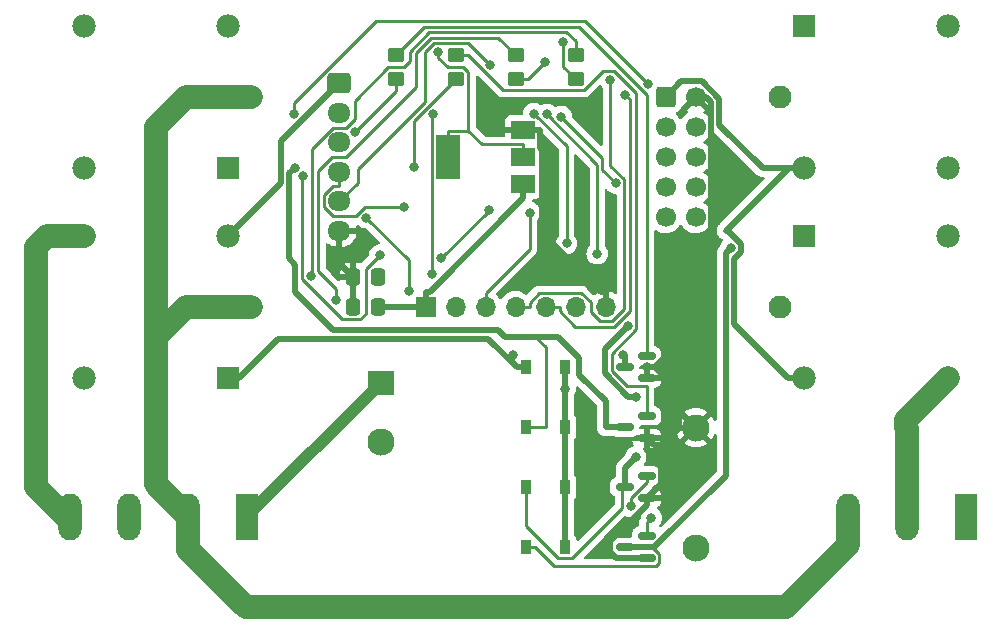
<source format=gbr>
%TF.GenerationSoftware,KiCad,Pcbnew,(6.0.4)*%
%TF.CreationDate,2022-04-18T16:03:53+05:30*%
%TF.ProjectId,esp32 switch,65737033-3220-4737-9769-7463682e6b69,rev?*%
%TF.SameCoordinates,Original*%
%TF.FileFunction,Copper,L2,Bot*%
%TF.FilePolarity,Positive*%
%FSLAX46Y46*%
G04 Gerber Fmt 4.6, Leading zero omitted, Abs format (unit mm)*
G04 Created by KiCad (PCBNEW (6.0.4)) date 2022-04-18 16:03:53*
%MOMM*%
%LPD*%
G01*
G04 APERTURE LIST*
G04 Aperture macros list*
%AMRoundRect*
0 Rectangle with rounded corners*
0 $1 Rounding radius*
0 $2 $3 $4 $5 $6 $7 $8 $9 X,Y pos of 4 corners*
0 Add a 4 corners polygon primitive as box body*
4,1,4,$2,$3,$4,$5,$6,$7,$8,$9,$2,$3,0*
0 Add four circle primitives for the rounded corners*
1,1,$1+$1,$2,$3*
1,1,$1+$1,$4,$5*
1,1,$1+$1,$6,$7*
1,1,$1+$1,$8,$9*
0 Add four rect primitives between the rounded corners*
20,1,$1+$1,$2,$3,$4,$5,0*
20,1,$1+$1,$4,$5,$6,$7,0*
20,1,$1+$1,$6,$7,$8,$9,0*
20,1,$1+$1,$8,$9,$2,$3,0*%
G04 Aperture macros list end*
%TA.AperFunction,ComponentPad*%
%ADD10R,2.300000X2.000000*%
%TD*%
%TA.AperFunction,ComponentPad*%
%ADD11C,2.300000*%
%TD*%
%TA.AperFunction,ComponentPad*%
%ADD12R,1.700000X1.700000*%
%TD*%
%TA.AperFunction,ComponentPad*%
%ADD13O,1.700000X1.700000*%
%TD*%
%TA.AperFunction,ComponentPad*%
%ADD14R,1.980000X3.960000*%
%TD*%
%TA.AperFunction,ComponentPad*%
%ADD15O,1.980000X3.960000*%
%TD*%
%TA.AperFunction,ComponentPad*%
%ADD16R,1.980000X1.980000*%
%TD*%
%TA.AperFunction,ComponentPad*%
%ADD17C,1.980000*%
%TD*%
%TA.AperFunction,ComponentPad*%
%ADD18C,1.935000*%
%TD*%
%TA.AperFunction,ComponentPad*%
%ADD19RoundRect,0.250000X-0.725000X0.600000X-0.725000X-0.600000X0.725000X-0.600000X0.725000X0.600000X0*%
%TD*%
%TA.AperFunction,ComponentPad*%
%ADD20O,1.950000X1.700000*%
%TD*%
%TA.AperFunction,ComponentPad*%
%ADD21RoundRect,0.250000X-0.600000X-0.600000X0.600000X-0.600000X0.600000X0.600000X-0.600000X0.600000X0*%
%TD*%
%TA.AperFunction,ComponentPad*%
%ADD22C,1.700000*%
%TD*%
%TA.AperFunction,SMDPad,CuDef*%
%ADD23RoundRect,0.150000X0.587500X0.150000X-0.587500X0.150000X-0.587500X-0.150000X0.587500X-0.150000X0*%
%TD*%
%TA.AperFunction,SMDPad,CuDef*%
%ADD24R,0.900000X1.200000*%
%TD*%
%TA.AperFunction,SMDPad,CuDef*%
%ADD25R,2.000000X1.500000*%
%TD*%
%TA.AperFunction,SMDPad,CuDef*%
%ADD26R,2.000000X3.800000*%
%TD*%
%TA.AperFunction,SMDPad,CuDef*%
%ADD27RoundRect,0.250000X-0.450000X0.350000X-0.450000X-0.350000X0.450000X-0.350000X0.450000X0.350000X0*%
%TD*%
%TA.AperFunction,SMDPad,CuDef*%
%ADD28RoundRect,0.250000X0.337500X0.475000X-0.337500X0.475000X-0.337500X-0.475000X0.337500X-0.475000X0*%
%TD*%
%TA.AperFunction,SMDPad,CuDef*%
%ADD29RoundRect,0.250000X-0.337500X-0.475000X0.337500X-0.475000X0.337500X0.475000X-0.337500X0.475000X0*%
%TD*%
%TA.AperFunction,ViaPad*%
%ADD30C,0.800000*%
%TD*%
%TA.AperFunction,Conductor*%
%ADD31C,1.000000*%
%TD*%
%TA.AperFunction,Conductor*%
%ADD32C,0.500000*%
%TD*%
%TA.AperFunction,Conductor*%
%ADD33C,0.250000*%
%TD*%
%TA.AperFunction,Conductor*%
%ADD34C,2.000000*%
%TD*%
G04 APERTURE END LIST*
D10*
%TO.P,PS1,1,AC/L*%
%TO.N,Net-(J1-Pad1)*%
X120650000Y-87670000D03*
D11*
%TO.P,PS1,2,AC/N*%
%TO.N,Net-(J1-Pad2)*%
X120650000Y-92670000D03*
%TO.P,PS1,3,-Vout*%
%TO.N,GND*%
X147320000Y-91480000D03*
%TO.P,PS1,4,+Vout*%
%TO.N,VCC*%
X147320000Y-101680000D03*
%TD*%
D12*
%TO.P,J6,1,Pin_1*%
%TO.N,VCC*%
X124460000Y-81280000D03*
D13*
%TO.P,J6,2,Pin_2*%
%TO.N,Net-(J6-Pad2)*%
X127000000Y-81280000D03*
%TO.P,J6,3,Pin_3*%
%TO.N,Net-(J6-Pad3)*%
X129540000Y-81280000D03*
%TO.P,J6,4,Pin_4*%
%TO.N,Net-(J6-Pad4)*%
X132080000Y-81280000D03*
%TO.P,J6,5,Pin_5*%
%TO.N,Net-(J6-Pad5)*%
X134620000Y-81280000D03*
%TO.P,J6,6,Pin_6*%
%TO.N,Net-(J6-Pad6)*%
X137160000Y-81280000D03*
%TO.P,J6,7,Pin_7*%
%TO.N,GND*%
X139700000Y-81280000D03*
%TD*%
D14*
%TO.P,J1,1,Pin_1*%
%TO.N,Net-(J1-Pad1)*%
X109360000Y-99060000D03*
D15*
%TO.P,J1,2,Pin_2*%
%TO.N,Net-(J1-Pad2)*%
X104360000Y-99060000D03*
%TO.P,J1,3,Pin_3*%
%TO.N,Net-(J1-Pad3)*%
X99360000Y-99060000D03*
%TO.P,J1,4,Pin_4*%
%TO.N,Net-(J1-Pad4)*%
X94360000Y-99060000D03*
%TD*%
D16*
%TO.P,K3,A1*%
%TO.N,Net-(D3-Pad2)*%
X156460000Y-57500000D03*
D17*
%TO.P,K3,A2*%
%TO.N,VCC*%
X156460000Y-69500000D03*
D18*
%TO.P,K3,COM*%
%TO.N,Net-(J1-Pad2)*%
X154460000Y-63500000D03*
D17*
%TO.P,K3,NC*%
%TO.N,unconnected-(K3-PadNC)*%
X168660000Y-57500000D03*
%TO.P,K3,NO*%
%TO.N,Net-(J2-Pad1)*%
X168660000Y-69500000D03*
%TD*%
D14*
%TO.P,J2,1,Pin_1*%
%TO.N,Net-(J2-Pad1)*%
X170180000Y-99060000D03*
D15*
%TO.P,J2,2,Pin_2*%
%TO.N,Net-(J2-Pad2)*%
X165180000Y-99060000D03*
%TO.P,J2,3,Pin_3*%
%TO.N,Net-(J1-Pad2)*%
X160180000Y-99060000D03*
%TD*%
D16*
%TO.P,K1,A1*%
%TO.N,Net-(D1-Pad2)*%
X107700000Y-87280000D03*
D17*
%TO.P,K1,A2*%
%TO.N,VCC*%
X107700000Y-75280000D03*
D18*
%TO.P,K1,COM*%
%TO.N,Net-(J1-Pad2)*%
X109700000Y-81280000D03*
D17*
%TO.P,K1,NC*%
%TO.N,unconnected-(K1-PadNC)*%
X95500000Y-87280000D03*
%TO.P,K1,NO*%
%TO.N,Net-(J1-Pad4)*%
X95500000Y-75280000D03*
%TD*%
D19*
%TO.P,J5,1,Pin_1*%
%TO.N,VCC*%
X117140000Y-62330000D03*
D20*
%TO.P,J5,2,Pin_2*%
%TO.N,Net-(J5-Pad2)*%
X117140000Y-64830000D03*
%TO.P,J5,3,Pin_3*%
%TO.N,Net-(J5-Pad3)*%
X117140000Y-67330000D03*
%TO.P,J5,4,Pin_4*%
%TO.N,Net-(J5-Pad4)*%
X117140000Y-69830000D03*
%TO.P,J5,5,Pin_5*%
%TO.N,Net-(J5-Pad5)*%
X117140000Y-72330000D03*
%TO.P,J5,6,Pin_6*%
%TO.N,GND*%
X117140000Y-74830000D03*
%TD*%
D16*
%TO.P,K4,A1*%
%TO.N,Net-(D4-Pad2)*%
X156460000Y-75280000D03*
D17*
%TO.P,K4,A2*%
%TO.N,VCC*%
X156460000Y-87280000D03*
D18*
%TO.P,K4,COM*%
%TO.N,Net-(J1-Pad2)*%
X154460000Y-81280000D03*
D17*
%TO.P,K4,NC*%
%TO.N,unconnected-(K4-PadNC)*%
X168660000Y-75280000D03*
%TO.P,K4,NO*%
%TO.N,Net-(J2-Pad2)*%
X168660000Y-87280000D03*
%TD*%
D21*
%TO.P,J4,1,Pin_1*%
%TO.N,VCC*%
X144780000Y-63500000D03*
D22*
%TO.P,J4,2,Pin_2*%
%TO.N,GND*%
X147320000Y-63500000D03*
%TO.P,J4,3,Pin_3*%
%TO.N,Net-(J4-Pad3)*%
X144780000Y-66040000D03*
%TO.P,J4,4,Pin_4*%
%TO.N,Net-(J4-Pad4)*%
X147320000Y-66040000D03*
%TO.P,J4,5,Pin_5*%
%TO.N,Net-(J4-Pad5)*%
X144780000Y-68580000D03*
%TO.P,J4,6,Pin_6*%
%TO.N,Net-(J4-Pad6)*%
X147320000Y-68580000D03*
%TO.P,J4,7,Pin_7*%
%TO.N,Net-(J4-Pad7)*%
X144780000Y-71120000D03*
%TO.P,J4,8,Pin_8*%
%TO.N,Net-(J4-Pad8)*%
X147320000Y-71120000D03*
%TO.P,J4,9,Pin_9*%
%TO.N,Net-(J4-Pad9)*%
X144780000Y-73660000D03*
%TO.P,J4,10,Pin_10*%
%TO.N,Net-(J4-Pad10)*%
X147320000Y-73660000D03*
%TD*%
D16*
%TO.P,K2,A1*%
%TO.N,Net-(D2-Pad2)*%
X107700000Y-69500000D03*
D17*
%TO.P,K2,A2*%
%TO.N,VCC*%
X107700000Y-57500000D03*
D18*
%TO.P,K2,COM*%
%TO.N,Net-(J1-Pad2)*%
X109700000Y-63500000D03*
D17*
%TO.P,K2,NC*%
%TO.N,unconnected-(K2-PadNC)*%
X95500000Y-69500000D03*
%TO.P,K2,NO*%
%TO.N,Net-(J1-Pad3)*%
X95500000Y-57500000D03*
%TD*%
D23*
%TO.P,Q3,1,B*%
%TO.N,Net-(Q3-Pad1)*%
X143177500Y-95570000D03*
%TO.P,Q3,2,E*%
%TO.N,GND*%
X143177500Y-97470000D03*
%TO.P,Q3,3,C*%
%TO.N,Net-(D3-Pad2)*%
X141302500Y-96520000D03*
%TD*%
D24*
%TO.P,D1,1,K*%
%TO.N,VCC*%
X136270000Y-86360000D03*
%TO.P,D1,2,A*%
%TO.N,Net-(D1-Pad2)*%
X132970000Y-86360000D03*
%TD*%
D25*
%TO.P,U1,1,ADJ*%
%TO.N,GND*%
X132690000Y-66280000D03*
%TO.P,U1,2,VO*%
%TO.N,Net-(U1-Pad2)*%
X132690000Y-68580000D03*
D26*
X126390000Y-68580000D03*
D25*
%TO.P,U1,3,VI*%
%TO.N,VCC*%
X132690000Y-70880000D03*
%TD*%
D23*
%TO.P,Q4,1,B*%
%TO.N,Net-(Q4-Pad1)*%
X143177500Y-100650000D03*
%TO.P,Q4,2,E*%
%TO.N,GND*%
X143177500Y-102550000D03*
%TO.P,Q4,3,C*%
%TO.N,Net-(D4-Pad2)*%
X141302500Y-101600000D03*
%TD*%
%TO.P,Q2,1,B*%
%TO.N,Net-(Q2-Pad1)*%
X143177500Y-90490000D03*
%TO.P,Q2,2,E*%
%TO.N,GND*%
X143177500Y-92390000D03*
%TO.P,Q2,3,C*%
%TO.N,Net-(D2-Pad2)*%
X141302500Y-91440000D03*
%TD*%
D24*
%TO.P,D4,1,K*%
%TO.N,VCC*%
X136270000Y-101600000D03*
%TO.P,D4,2,A*%
%TO.N,Net-(D4-Pad2)*%
X132970000Y-101600000D03*
%TD*%
D23*
%TO.P,Q1,1,B*%
%TO.N,Net-(Q1-Pad1)*%
X143177500Y-85410000D03*
%TO.P,Q1,2,E*%
%TO.N,GND*%
X143177500Y-87310000D03*
%TO.P,Q1,3,C*%
%TO.N,Net-(D1-Pad2)*%
X141302500Y-86360000D03*
%TD*%
D24*
%TO.P,D3,1,K*%
%TO.N,VCC*%
X136270000Y-96520000D03*
%TO.P,D3,2,A*%
%TO.N,Net-(D3-Pad2)*%
X132970000Y-96520000D03*
%TD*%
D27*
%TO.P,R4,1*%
%TO.N,Net-(Q4-Pad1)*%
X137160000Y-59960000D03*
%TO.P,R4,2*%
%TO.N,Net-(R4-Pad2)*%
X137160000Y-61960000D03*
%TD*%
D24*
%TO.P,D2,1,K*%
%TO.N,VCC*%
X136270000Y-91440000D03*
%TO.P,D2,2,A*%
%TO.N,Net-(D2-Pad2)*%
X132970000Y-91440000D03*
%TD*%
D28*
%TO.P,C1,1*%
%TO.N,VCC*%
X120417500Y-81280000D03*
%TO.P,C1,2*%
%TO.N,GND*%
X118342500Y-81280000D03*
%TD*%
D27*
%TO.P,R3,1*%
%TO.N,Net-(Q3-Pad1)*%
X132080000Y-59960000D03*
%TO.P,R3,2*%
%TO.N,Net-(R3-Pad2)*%
X132080000Y-61960000D03*
%TD*%
%TO.P,R2,1*%
%TO.N,Net-(Q2-Pad1)*%
X127000000Y-59960000D03*
%TO.P,R2,2*%
%TO.N,Net-(R2-Pad2)*%
X127000000Y-61960000D03*
%TD*%
%TO.P,R1,1*%
%TO.N,Net-(Q1-Pad1)*%
X121920000Y-59960000D03*
%TO.P,R1,2*%
%TO.N,Net-(R1-Pad2)*%
X121920000Y-61960000D03*
%TD*%
D29*
%TO.P,C2,1*%
%TO.N,GND*%
X118342500Y-78740000D03*
%TO.P,C2,2*%
%TO.N,Net-(J4-Pad1)*%
X120417500Y-78740000D03*
%TD*%
D30*
%TO.N,VCC*%
X136270000Y-88191300D03*
%TO.N,Net-(D1-Pad2)*%
X131892700Y-85356500D03*
X141182000Y-85356500D03*
%TO.N,Net-(D2-Pad2)*%
X113368000Y-69500000D03*
%TO.N,Net-(D3-Pad2)*%
X142240000Y-93980000D03*
X142240000Y-88900000D03*
X141561700Y-82865300D03*
%TO.N,Net-(D4-Pad2)*%
X150295600Y-76282200D03*
%TO.N,GND*%
X143168400Y-86360000D03*
X134326800Y-67832200D03*
%TO.N,Net-(J4-Pad4)*%
X119437500Y-73705200D03*
X123064600Y-79893900D03*
%TO.N,Net-(J4-Pad5)*%
X140550400Y-70772900D03*
X135935500Y-65153300D03*
%TO.N,Net-(J5-Pad2)*%
X114099700Y-70207500D03*
X120595200Y-76861000D03*
X125769400Y-77156100D03*
X129798000Y-73047700D03*
%TO.N,Net-(J5-Pad3)*%
X113311600Y-64921900D03*
X143303300Y-62397200D03*
%TO.N,Net-(J5-Pad4)*%
X122655500Y-72795700D03*
%TO.N,Net-(J5-Pad5)*%
X129924400Y-60817300D03*
%TO.N,Net-(Q3-Pad1)*%
X141821100Y-98162000D03*
X116840000Y-80671700D03*
%TO.N,Net-(Q4-Pad1)*%
X143568800Y-99134200D03*
X114732500Y-78640900D03*
%TO.N,Net-(R1-Pad2)*%
X118440400Y-66445500D03*
%TO.N,Net-(R2-Pad2)*%
X123440800Y-69385000D03*
%TO.N,Net-(R3-Pad2)*%
X134599400Y-60495000D03*
%TO.N,Net-(R4-Pad2)*%
X136117400Y-58795600D03*
%TO.N,Net-(J4-Pad7)*%
X133623800Y-64893900D03*
X136395200Y-75894600D03*
%TO.N,Net-(J4-Pad9)*%
X134720700Y-64964700D03*
X138978000Y-76759900D03*
%TO.N,Net-(J6-Pad2)*%
X125094900Y-64900000D03*
X125038700Y-78490200D03*
%TO.N,Net-(J6-Pad3)*%
X133268000Y-73276100D03*
%TO.N,Net-(J6-Pad4)*%
X140097300Y-62043700D03*
%TO.N,Net-(J6-Pad5)*%
X141370000Y-63288500D03*
%TO.N,Net-(U1-Pad2)*%
X125542000Y-59652000D03*
%TD*%
D31*
%TO.N,Net-(J1-Pad1)*%
X109360000Y-98960000D02*
X120650000Y-87670000D01*
X109360000Y-99060000D02*
X109360000Y-98960000D01*
D32*
%TO.N,VCC*%
X146103300Y-62176700D02*
X144780000Y-63500000D01*
X147860700Y-62176700D02*
X146103300Y-62176700D01*
X149324920Y-65842920D02*
X149324919Y-63640919D01*
X152982000Y-69500000D02*
X149324920Y-65842920D01*
X149324919Y-63640919D02*
X147860700Y-62176700D01*
X155184000Y-69500000D02*
X152982000Y-69500000D01*
X150559520Y-82678420D02*
X155161100Y-87280000D01*
X155161100Y-87280000D02*
X156460000Y-87280000D01*
X151145111Y-76634080D02*
X150559520Y-77219671D01*
X150559520Y-77219671D02*
X150559520Y-82678420D01*
X150038791Y-74824000D02*
X151145111Y-75930320D01*
X149860000Y-74824000D02*
X150038791Y-74824000D01*
X155184000Y-69500000D02*
X149860000Y-74824000D01*
X151145111Y-75930320D02*
X151145111Y-76634080D01*
%TO.N,Net-(D4-Pad2)*%
X143812849Y-101600000D02*
X141302500Y-101600000D01*
X149860000Y-95552849D02*
X143812849Y-101600000D01*
X149860000Y-76717800D02*
X149860000Y-95552849D01*
X150295600Y-76282200D02*
X149860000Y-76717800D01*
%TO.N,VCC*%
X136270000Y-91440000D02*
X136270000Y-88191300D01*
X124460000Y-81280000D02*
X124460000Y-79979700D01*
X136270000Y-96520000D02*
X136270000Y-91440000D01*
X136270000Y-101600000D02*
X136270000Y-96520000D01*
X132690000Y-72080300D02*
X124790600Y-79979700D01*
X112220400Y-67249600D02*
X117140000Y-62330000D01*
X132690000Y-70880000D02*
X132690000Y-72080300D01*
X120417500Y-81280000D02*
X124460000Y-81280000D01*
X124790600Y-79979700D02*
X124460000Y-79979700D01*
X136270000Y-86360000D02*
X136270000Y-88191300D01*
X107700000Y-75280000D02*
X112220400Y-70759600D01*
X156460000Y-69500000D02*
X155184000Y-69500000D01*
X112220400Y-70759600D02*
X112220400Y-67249600D01*
%TO.N,Net-(D1-Pad2)*%
X141302500Y-86360000D02*
X141302500Y-85477000D01*
X141302500Y-85477000D02*
X141182000Y-85356500D01*
X107700000Y-87280000D02*
X108688229Y-87280000D01*
X112023230Y-83945000D02*
X129779700Y-83945000D01*
X111954115Y-84014115D02*
X112023230Y-83945000D01*
D33*
X131892700Y-86058000D02*
X131892700Y-85356500D01*
X132194700Y-86360000D02*
X131892700Y-86058000D01*
D32*
X108688229Y-87280000D02*
X111954115Y-84014115D01*
X111954115Y-84014115D02*
X111954115Y-84014114D01*
X129779700Y-83945000D02*
X132194700Y-86360000D01*
X132970000Y-86360000D02*
X132194700Y-86360000D01*
%TO.N,Net-(D2-Pad2)*%
X116653709Y-83245480D02*
X113431580Y-80023351D01*
D33*
X134620000Y-84694700D02*
X134620000Y-91440000D01*
D32*
X139700000Y-91440000D02*
X139700000Y-89235594D01*
X113431580Y-77677465D02*
X112919920Y-77165805D01*
X141302500Y-91440000D02*
X139700000Y-91440000D01*
X113431580Y-80023351D02*
X113431580Y-77677465D01*
D33*
X134620000Y-91440000D02*
X132970000Y-91440000D01*
D32*
X112919920Y-77165805D02*
X112919920Y-69948080D01*
X112919920Y-69948080D02*
X113368000Y-69500000D01*
X137476400Y-85617378D02*
X135679022Y-83820000D01*
X137476400Y-87011994D02*
X137476400Y-85617378D01*
X139700000Y-89235594D02*
X137476400Y-87011994D01*
X135679022Y-83820000D02*
X131168694Y-83820000D01*
D33*
X133745300Y-83820000D02*
X134620000Y-84694700D01*
D32*
X130594174Y-83245480D02*
X116653709Y-83245480D01*
X131168694Y-83820000D02*
X130594174Y-83245480D01*
D33*
%TO.N,Net-(D3-Pad2)*%
X135688700Y-102547000D02*
X132970000Y-99828300D01*
D32*
X141621435Y-88900000D02*
X139622480Y-86901045D01*
X142240000Y-88900000D02*
X141621435Y-88900000D01*
D33*
X132970000Y-99828300D02*
X132970000Y-96520000D01*
X136847900Y-102547000D02*
X135688700Y-102547000D01*
X141095800Y-96726700D02*
X141095800Y-98299100D01*
D32*
X141302500Y-94917500D02*
X142240000Y-93980000D01*
D33*
X141302500Y-96520000D02*
X141095800Y-96726700D01*
X141095800Y-98299100D02*
X136847900Y-102547000D01*
D32*
X141302500Y-96520000D02*
X141302500Y-94917500D01*
X139622480Y-84804520D02*
X141561700Y-82865300D01*
X139622480Y-86901045D02*
X139622480Y-84804520D01*
D33*
%TO.N,Net-(D4-Pad2)*%
X143656100Y-101600000D02*
X141302500Y-101600000D01*
X144254100Y-102198000D02*
X143656100Y-101600000D01*
X133745300Y-101600000D02*
X135367400Y-103222100D01*
X135367400Y-103222100D02*
X143964700Y-103222100D01*
X132970000Y-101600000D02*
X133745300Y-101600000D01*
X143964700Y-103222100D02*
X144254100Y-102932700D01*
X144254100Y-102932700D02*
X144254100Y-102198000D01*
D34*
%TO.N,Net-(J1-Pad4)*%
X92360000Y-75280000D02*
X91440000Y-76200000D01*
X91440000Y-96520000D02*
X93980000Y-99060000D01*
X91440000Y-76200000D02*
X91440000Y-96520000D01*
X95500000Y-75280000D02*
X92360000Y-75280000D01*
X93980000Y-99060000D02*
X94360000Y-99060000D01*
%TO.N,Net-(J2-Pad2)*%
X165100000Y-90840000D02*
X165100000Y-91440000D01*
X165100000Y-91440000D02*
X165180000Y-91520000D01*
X165180000Y-91520000D02*
X165180000Y-99060000D01*
X168660000Y-87280000D02*
X165100000Y-90840000D01*
D32*
%TO.N,GND*%
X143177500Y-87310000D02*
X143168400Y-87300900D01*
X148625400Y-63930670D02*
X148194730Y-63500000D01*
X144400700Y-92985900D02*
X144400700Y-96246800D01*
X148194730Y-63500000D02*
X147320000Y-63500000D01*
X145906600Y-91480000D02*
X144400700Y-92985900D01*
X118342500Y-78740000D02*
X117140000Y-77537500D01*
X143773400Y-92985900D02*
X144400700Y-92985900D01*
X143177500Y-102550000D02*
X140604900Y-102550000D01*
X145906600Y-91480000D02*
X145906600Y-88412600D01*
X117140000Y-77537500D02*
X117140000Y-74830000D01*
X139277800Y-79979700D02*
X139700000Y-79979700D01*
X143177500Y-92390000D02*
X143773400Y-92985900D01*
X148625400Y-81588600D02*
X143854000Y-86360000D01*
X143177500Y-98008200D02*
X143177500Y-97470000D01*
X134326800Y-67832200D02*
X134326800Y-75028700D01*
X132690000Y-66280000D02*
X134140300Y-66280000D01*
X148625400Y-69885400D02*
X148625400Y-63930670D01*
X143854000Y-86360000D02*
X143168400Y-86360000D01*
X148625400Y-69885400D02*
X148625400Y-81588600D01*
X139700000Y-81280000D02*
X139700000Y-79979700D01*
X134140300Y-66280000D02*
X134140300Y-67645700D01*
X118342500Y-78740000D02*
X118342500Y-81280000D01*
X134140300Y-67645700D02*
X134326800Y-67832200D01*
X140604900Y-102550000D02*
X140066300Y-102011400D01*
X144400700Y-96246800D02*
X143177500Y-97470000D01*
X140066300Y-101119400D02*
X143177500Y-98008200D01*
X145906600Y-88412600D02*
X143854000Y-86360000D01*
X143168400Y-87300900D02*
X143168400Y-86360000D01*
X134326800Y-75028700D02*
X139277800Y-79979700D01*
X140066300Y-102011400D02*
X140066300Y-101119400D01*
X147320000Y-91480000D02*
X145906600Y-91480000D01*
D34*
%TO.N,Net-(J1-Pad2)*%
X109700000Y-63500000D02*
X104140000Y-63500000D01*
X101600000Y-96300000D02*
X104360000Y-99060000D01*
X104140000Y-81280000D02*
X101600000Y-83820000D01*
X101600000Y-83820000D02*
X101600000Y-96300000D01*
X104360000Y-101820000D02*
X109220000Y-106680000D01*
X109220000Y-106680000D02*
X154940000Y-106680000D01*
X104140000Y-63500000D02*
X101600000Y-66040000D01*
X154940000Y-106680000D02*
X160180000Y-101440000D01*
X160180000Y-101440000D02*
X160180000Y-99060000D01*
X101600000Y-66040000D02*
X101600000Y-83820000D01*
X104360000Y-99060000D02*
X104360000Y-101820000D01*
X109700000Y-81280000D02*
X104140000Y-81280000D01*
D33*
%TO.N,Net-(J4-Pad4)*%
X123064600Y-79893900D02*
X123064600Y-77332300D01*
X123064600Y-77332300D02*
X119437500Y-73705200D01*
%TO.N,Net-(J4-Pad5)*%
X139428400Y-68646200D02*
X135935500Y-65153300D01*
X139428400Y-69650900D02*
X139428400Y-68646200D01*
X140550400Y-70772900D02*
X139428400Y-69650900D01*
%TO.N,Net-(J5-Pad2)*%
X114006100Y-78940400D02*
X117397100Y-82331400D01*
X119380000Y-78076200D02*
X120595200Y-76861000D01*
X114006100Y-70301100D02*
X114006100Y-78940400D01*
X119380000Y-81880400D02*
X119380000Y-78076200D01*
X114099700Y-70207500D02*
X114006100Y-70301100D01*
X117397100Y-82331400D02*
X118929000Y-82331400D01*
X118929000Y-82331400D02*
X119380000Y-81880400D01*
X129798000Y-73047700D02*
X129798000Y-73127500D01*
X129798000Y-73127500D02*
X125769400Y-77156100D01*
%TO.N,Net-(J5-Pad3)*%
X137993000Y-57086900D02*
X120234300Y-57086900D01*
X120234300Y-57086900D02*
X113311600Y-64009600D01*
X113311600Y-64009600D02*
X113311600Y-64921900D01*
X143303300Y-62397200D02*
X137993000Y-57086900D01*
%TO.N,Net-(J5-Pad4)*%
X116625800Y-71005300D02*
X117140000Y-71005300D01*
X122655500Y-72795700D02*
X119321300Y-72795700D01*
X116597700Y-73580000D02*
X115821500Y-72803800D01*
X115821500Y-72803800D02*
X115821500Y-71809600D01*
X119321300Y-72795700D02*
X118537000Y-73580000D01*
X117140000Y-69830000D02*
X117140000Y-71005300D01*
X118537000Y-73580000D02*
X116597700Y-73580000D01*
X115821500Y-71809600D02*
X116625800Y-71005300D01*
%TO.N,Net-(J5-Pad5)*%
X117140000Y-72330000D02*
X118710200Y-70759800D01*
X124445700Y-59642100D02*
X125161200Y-58926600D01*
X118710200Y-70759800D02*
X118710200Y-69612900D01*
X124445700Y-63877400D02*
X124445700Y-59642100D01*
X128033700Y-58926600D02*
X129924400Y-60817300D01*
X125161200Y-58926600D02*
X128033700Y-58926600D01*
X118710200Y-69612900D02*
X124445700Y-63877400D01*
%TO.N,Net-(Q1-Pad1)*%
X143177500Y-63309700D02*
X137405000Y-57537200D01*
X143177500Y-85410000D02*
X143177500Y-63309700D01*
X137405000Y-57537200D02*
X124342800Y-57537200D01*
X124342800Y-57537200D02*
X121920000Y-59960000D01*
%TO.N,Net-(Q2-Pad1)*%
X128041400Y-59960000D02*
X130967800Y-62886400D01*
X127000000Y-59960000D02*
X128041400Y-59960000D01*
X140197000Y-85255800D02*
X140197000Y-86663072D01*
X130967800Y-62886400D02*
X137871700Y-62886400D01*
X137871700Y-62886400D02*
X139472100Y-61286000D01*
X141468448Y-87934520D02*
X143177500Y-87934520D01*
X142287000Y-83165800D02*
X140197000Y-85255800D01*
X140447700Y-61286000D02*
X142287000Y-63125300D01*
X139472100Y-61286000D02*
X140447700Y-61286000D01*
X140197000Y-86663072D02*
X141468448Y-87934520D01*
X142287000Y-63125300D02*
X142287000Y-83165800D01*
X143177500Y-87934520D02*
X143177500Y-90490000D01*
%TO.N,Net-(Q3-Pad1)*%
X117732100Y-68580000D02*
X123623000Y-62689100D01*
X116840000Y-80671700D02*
X116840000Y-79722600D01*
X115352000Y-69767700D02*
X116539700Y-68580000D01*
X141821100Y-98162000D02*
X141821100Y-97413900D01*
X115352000Y-78234600D02*
X115352000Y-69767700D01*
X116539700Y-68580000D02*
X117732100Y-68580000D01*
X124926700Y-58476300D02*
X130596300Y-58476300D01*
X141821100Y-97413900D02*
X143177500Y-96057500D01*
X116840000Y-79722600D02*
X115352000Y-78234600D01*
X143177500Y-96057500D02*
X143177500Y-95570000D01*
X123623000Y-62689100D02*
X123623000Y-59780000D01*
X130596300Y-58476300D02*
X132080000Y-59960000D01*
X123623000Y-59780000D02*
X124926700Y-58476300D01*
%TO.N,Net-(Q4-Pad1)*%
X118440400Y-65368300D02*
X117728700Y-66080000D01*
X137160000Y-59960000D02*
X137160000Y-58777200D01*
X123099000Y-59665200D02*
X123099000Y-60474500D01*
X136370300Y-57987500D02*
X124776700Y-57987500D01*
X114825000Y-78548400D02*
X114732500Y-78640900D01*
X114825000Y-67856700D02*
X114825000Y-78548400D01*
X137160000Y-58777200D02*
X136370300Y-57987500D01*
X123099000Y-60474500D02*
X122613500Y-60960000D01*
X122613500Y-60960000D02*
X121300600Y-60960000D01*
X116601700Y-66080000D02*
X114825000Y-67856700D01*
X124776700Y-57987500D02*
X123099000Y-59665200D01*
X143177500Y-99525500D02*
X143568800Y-99134200D01*
X117728700Y-66080000D02*
X116601700Y-66080000D01*
X118440400Y-63820200D02*
X118440400Y-65368300D01*
X143177500Y-100650000D02*
X143177500Y-99525500D01*
X121300600Y-60960000D02*
X118440400Y-63820200D01*
%TO.N,Net-(R1-Pad2)*%
X121920000Y-62965900D02*
X121920000Y-61960000D01*
X118440400Y-66445500D02*
X121920000Y-62965900D01*
%TO.N,Net-(R2-Pad2)*%
X127000000Y-61960000D02*
X123440800Y-65519200D01*
X123440800Y-65519200D02*
X123440800Y-69385000D01*
%TO.N,Net-(R3-Pad2)*%
X132080000Y-61960000D02*
X133134400Y-61960000D01*
X133134400Y-61960000D02*
X134599400Y-60495000D01*
%TO.N,Net-(R4-Pad2)*%
X136117400Y-60917400D02*
X136117400Y-58795600D01*
X137160000Y-61960000D02*
X136117400Y-60917400D01*
%TO.N,Net-(J4-Pad7)*%
X136395200Y-67665300D02*
X133623800Y-64893900D01*
X136395200Y-75894600D02*
X136395200Y-67665300D01*
%TO.N,Net-(J4-Pad9)*%
X138978000Y-69222000D02*
X134720700Y-64964700D01*
X138978000Y-76759900D02*
X138978000Y-69222000D01*
%TO.N,Net-(J6-Pad2)*%
X125038700Y-64956200D02*
X125038700Y-78490200D01*
X125094900Y-64900000D02*
X125038700Y-64956200D01*
%TO.N,Net-(J6-Pad3)*%
X133268000Y-76376700D02*
X129540000Y-80104700D01*
X133268000Y-73276100D02*
X133268000Y-76376700D01*
X129540000Y-81280000D02*
X129540000Y-80104700D01*
%TO.N,Net-(J6-Pad4)*%
X141275700Y-70472400D02*
X140097300Y-69294000D01*
X137648800Y-80104600D02*
X138430000Y-80885800D01*
X140097300Y-69294000D02*
X140097300Y-62043700D01*
X133255300Y-81280000D02*
X133255300Y-80912700D01*
X132080000Y-81280000D02*
X133255300Y-81280000D01*
X134063400Y-80104600D02*
X137648800Y-80104600D01*
X138430000Y-81685000D02*
X139229000Y-82484000D01*
X138430000Y-80885800D02*
X138430000Y-81685000D01*
X133255300Y-80912700D02*
X134063400Y-80104600D01*
X140220400Y-82484000D02*
X141275700Y-81428700D01*
X139229000Y-82484000D02*
X140220400Y-82484000D01*
X141275700Y-81428700D02*
X141275700Y-70472400D01*
%TO.N,Net-(J6-Pad5)*%
X137082300Y-82934300D02*
X140407000Y-82934300D01*
X134620000Y-81280000D02*
X135795300Y-81280000D01*
X141726000Y-81615300D02*
X141726000Y-63644500D01*
X140407000Y-82934300D02*
X141726000Y-81615300D01*
X141726000Y-63644500D02*
X141370000Y-63288500D01*
X135795300Y-81280000D02*
X135795300Y-81647300D01*
X135795300Y-81647300D02*
X137082300Y-82934300D01*
%TO.N,Net-(U1-Pad2)*%
X132690000Y-68580000D02*
X132690000Y-67504700D01*
X128073400Y-66354700D02*
X129223400Y-67504700D01*
X127618300Y-60960000D02*
X126328100Y-60960000D01*
X128073400Y-61415100D02*
X127618300Y-60960000D01*
X128073400Y-66354700D02*
X128073400Y-61415100D01*
X126390000Y-68580000D02*
X126390000Y-66354700D01*
X126390000Y-66354700D02*
X128073400Y-66354700D01*
X129223400Y-67504700D02*
X132690000Y-67504700D01*
X125542000Y-60173900D02*
X125542000Y-59652000D01*
X126328100Y-60960000D02*
X125542000Y-60173900D01*
%TD*%
%TA.AperFunction,Conductor*%
%TO.N,GND*%
G36*
X142599754Y-98765030D02*
G01*
X142658738Y-98804544D01*
X142686995Y-98869675D01*
X142681791Y-98924165D01*
X142675258Y-98944272D01*
X142674568Y-98950833D01*
X142674568Y-98950835D01*
X142666446Y-99028109D01*
X142655296Y-99134200D01*
X142652232Y-99133878D01*
X142636562Y-99187246D01*
X142636778Y-99187374D01*
X142636275Y-99188225D01*
X142635984Y-99189215D01*
X142634184Y-99191760D01*
X142632742Y-99194199D01*
X142627886Y-99200459D01*
X142624741Y-99207728D01*
X142624738Y-99207732D01*
X142610326Y-99241037D01*
X142605109Y-99251687D01*
X142583805Y-99290440D01*
X142581834Y-99298115D01*
X142581834Y-99298116D01*
X142578767Y-99310062D01*
X142572363Y-99328766D01*
X142564319Y-99347355D01*
X142563080Y-99355178D01*
X142563077Y-99355188D01*
X142557401Y-99391024D01*
X142554995Y-99402644D01*
X142544000Y-99445470D01*
X142544000Y-99465724D01*
X142542449Y-99485434D01*
X142539280Y-99505443D01*
X142540026Y-99513335D01*
X142543441Y-99549461D01*
X142544000Y-99561319D01*
X142544000Y-99733033D01*
X142523998Y-99801154D01*
X142470342Y-99847647D01*
X142453152Y-99854030D01*
X142334014Y-99888642D01*
X142334009Y-99888644D01*
X142326399Y-99890855D01*
X142319572Y-99894892D01*
X142319573Y-99894892D01*
X142190020Y-99971509D01*
X142190017Y-99971511D01*
X142183193Y-99975547D01*
X142065547Y-100093193D01*
X142061511Y-100100017D01*
X142061509Y-100100020D01*
X142056871Y-100107863D01*
X141980855Y-100236399D01*
X141934438Y-100396169D01*
X141931500Y-100433498D01*
X141931500Y-100665500D01*
X141911498Y-100733621D01*
X141857842Y-100780114D01*
X141805500Y-100791500D01*
X140648498Y-100791500D01*
X140646050Y-100791693D01*
X140646042Y-100791693D01*
X140617579Y-100793933D01*
X140617574Y-100793934D01*
X140611169Y-100794438D01*
X140511231Y-100823472D01*
X140459012Y-100838643D01*
X140459010Y-100838644D01*
X140451399Y-100840855D01*
X140444572Y-100844892D01*
X140444573Y-100844892D01*
X140315020Y-100921509D01*
X140315017Y-100921511D01*
X140308193Y-100925547D01*
X140190547Y-101043193D01*
X140186511Y-101050017D01*
X140186509Y-101050020D01*
X140127194Y-101150316D01*
X140105855Y-101186399D01*
X140059438Y-101346169D01*
X140056500Y-101383498D01*
X140056500Y-101816502D01*
X140056693Y-101818950D01*
X140056693Y-101818958D01*
X140058719Y-101844692D01*
X140059438Y-101853831D01*
X140085943Y-101945062D01*
X140099746Y-101992572D01*
X140105855Y-102013601D01*
X140109892Y-102020427D01*
X140186509Y-102149980D01*
X140186511Y-102149983D01*
X140190547Y-102156807D01*
X140308193Y-102274453D01*
X140315017Y-102278489D01*
X140315020Y-102278491D01*
X140442948Y-102354147D01*
X140491401Y-102406039D01*
X140504106Y-102475890D01*
X140477031Y-102541521D01*
X140418770Y-102582095D01*
X140378809Y-102588600D01*
X138006394Y-102588600D01*
X137938273Y-102568598D01*
X137891780Y-102514942D01*
X137881676Y-102444668D01*
X137911170Y-102380088D01*
X137917299Y-102373505D01*
X139529102Y-100761703D01*
X141284666Y-99006139D01*
X141346978Y-98972113D01*
X141417794Y-98977178D01*
X141425009Y-98980127D01*
X141532777Y-99028108D01*
X141532785Y-99028111D01*
X141538812Y-99030794D01*
X141632212Y-99050647D01*
X141719156Y-99069128D01*
X141719161Y-99069128D01*
X141725613Y-99070500D01*
X141916587Y-99070500D01*
X141923039Y-99069128D01*
X141923044Y-99069128D01*
X142009988Y-99050647D01*
X142103388Y-99030794D01*
X142109421Y-99028108D01*
X142271822Y-98955803D01*
X142271824Y-98955802D01*
X142277852Y-98953118D01*
X142290028Y-98944272D01*
X142351452Y-98899644D01*
X142432353Y-98840866D01*
X142436776Y-98835954D01*
X142468324Y-98800917D01*
X142528770Y-98763678D01*
X142599754Y-98765030D01*
G37*
%TD.AperFunction*%
%TA.AperFunction,Conductor*%
G36*
X148785072Y-66386411D02*
G01*
X148820754Y-66411435D01*
X152398230Y-69988911D01*
X152410616Y-70003323D01*
X152419149Y-70014918D01*
X152419154Y-70014923D01*
X152423492Y-70020818D01*
X152429070Y-70025557D01*
X152429073Y-70025560D01*
X152463768Y-70055035D01*
X152471284Y-70061965D01*
X152476979Y-70067660D01*
X152479861Y-70069940D01*
X152499251Y-70085281D01*
X152502655Y-70088072D01*
X152552703Y-70130591D01*
X152558285Y-70135333D01*
X152564801Y-70138661D01*
X152569850Y-70142028D01*
X152574979Y-70145195D01*
X152580716Y-70149734D01*
X152646875Y-70180655D01*
X152650769Y-70182558D01*
X152715808Y-70215769D01*
X152722916Y-70217508D01*
X152728559Y-70219607D01*
X152734322Y-70221524D01*
X152740950Y-70224622D01*
X152748112Y-70226112D01*
X152748113Y-70226112D01*
X152812412Y-70239486D01*
X152816696Y-70240456D01*
X152887610Y-70257808D01*
X152893212Y-70258156D01*
X152893215Y-70258156D01*
X152898764Y-70258500D01*
X152898762Y-70258536D01*
X152902755Y-70258775D01*
X152906947Y-70259149D01*
X152914115Y-70260640D01*
X152991520Y-70258546D01*
X152994928Y-70258500D01*
X153048629Y-70258500D01*
X153116750Y-70278502D01*
X153163243Y-70332158D01*
X153173347Y-70402432D01*
X153143853Y-70467012D01*
X153137724Y-70473595D01*
X149385850Y-74225469D01*
X149377577Y-74233037D01*
X149376268Y-74234132D01*
X149370148Y-74238144D01*
X149365116Y-74243456D01*
X149316872Y-74294383D01*
X149314494Y-74296825D01*
X149292340Y-74318979D01*
X149290067Y-74321852D01*
X149289584Y-74322462D01*
X149282245Y-74330935D01*
X149248510Y-74366547D01*
X149244834Y-74372876D01*
X149244831Y-74372880D01*
X149235937Y-74388193D01*
X149225800Y-74403082D01*
X149210266Y-74422716D01*
X149207166Y-74429349D01*
X149189500Y-74467147D01*
X149184306Y-74477081D01*
X149163353Y-74513155D01*
X149163351Y-74513159D01*
X149159674Y-74519490D01*
X149157552Y-74526495D01*
X149157551Y-74526498D01*
X149152415Y-74543454D01*
X149145976Y-74560271D01*
X149138480Y-74576311D01*
X149138478Y-74576316D01*
X149135378Y-74582950D01*
X149133887Y-74590117D01*
X149133887Y-74590118D01*
X149125392Y-74630961D01*
X149122622Y-74641825D01*
X149119963Y-74650605D01*
X149108405Y-74688767D01*
X149107952Y-74696071D01*
X149106854Y-74713759D01*
X149104456Y-74731610D01*
X149100850Y-74748947D01*
X149100849Y-74748954D01*
X149099360Y-74756115D01*
X149099558Y-74763430D01*
X149100686Y-74805135D01*
X149100490Y-74816344D01*
X149100034Y-74823700D01*
X149097453Y-74865298D01*
X149098693Y-74872513D01*
X149098693Y-74872517D01*
X149101692Y-74889968D01*
X149103466Y-74907898D01*
X149104143Y-74932921D01*
X149106017Y-74939988D01*
X149106018Y-74939996D01*
X149116713Y-74980331D01*
X149119101Y-74991284D01*
X149127406Y-75039614D01*
X149137209Y-75062653D01*
X149143059Y-75079688D01*
X149149474Y-75103884D01*
X149152926Y-75110335D01*
X149152927Y-75110338D01*
X149172607Y-75147117D01*
X149177452Y-75157228D01*
X149196657Y-75202364D01*
X149200996Y-75208260D01*
X149211492Y-75222522D01*
X149221109Y-75237764D01*
X149229461Y-75253375D01*
X149229466Y-75253382D01*
X149232918Y-75259834D01*
X149237765Y-75265322D01*
X149265385Y-75296596D01*
X149272424Y-75305320D01*
X149296228Y-75337665D01*
X149301492Y-75344818D01*
X149307076Y-75349562D01*
X149320566Y-75361023D01*
X149333426Y-75373638D01*
X149350000Y-75392404D01*
X149355977Y-75396628D01*
X149390050Y-75420708D01*
X149398898Y-75427570D01*
X149436285Y-75459333D01*
X149458586Y-75470720D01*
X149473993Y-75480033D01*
X149494440Y-75494484D01*
X149501225Y-75497219D01*
X149501226Y-75497219D01*
X149538641Y-75512298D01*
X149594346Y-75556314D01*
X149617412Y-75623459D01*
X149600514Y-75692416D01*
X149585182Y-75713467D01*
X149556560Y-75745256D01*
X149553259Y-75750974D01*
X149464735Y-75904302D01*
X149461073Y-75910644D01*
X149410206Y-76067197D01*
X149406213Y-76079485D01*
X149375475Y-76129644D01*
X149371089Y-76134030D01*
X149356677Y-76146416D01*
X149345082Y-76154949D01*
X149345077Y-76154954D01*
X149339182Y-76159292D01*
X149334443Y-76164870D01*
X149334440Y-76164873D01*
X149304965Y-76199568D01*
X149298035Y-76207084D01*
X149292340Y-76212779D01*
X149290060Y-76215661D01*
X149274719Y-76235051D01*
X149271928Y-76238455D01*
X149229409Y-76288503D01*
X149224667Y-76294085D01*
X149221339Y-76300601D01*
X149217972Y-76305650D01*
X149214805Y-76310779D01*
X149210266Y-76316516D01*
X149179345Y-76382675D01*
X149177442Y-76386569D01*
X149144231Y-76451608D01*
X149142492Y-76458716D01*
X149140393Y-76464359D01*
X149138476Y-76470122D01*
X149135378Y-76476750D01*
X149133888Y-76483912D01*
X149133888Y-76483913D01*
X149120514Y-76548212D01*
X149119544Y-76552496D01*
X149102192Y-76623410D01*
X149101500Y-76634564D01*
X149101464Y-76634562D01*
X149101225Y-76638555D01*
X149100851Y-76642747D01*
X149099360Y-76649915D01*
X149101047Y-76712258D01*
X149101454Y-76727321D01*
X149101500Y-76730728D01*
X149101500Y-90814913D01*
X149081498Y-90883034D01*
X149027842Y-90929527D01*
X148957568Y-90939631D01*
X148892988Y-90910137D01*
X148859091Y-90863131D01*
X148803752Y-90729530D01*
X148799271Y-90720736D01*
X148669596Y-90509125D01*
X148660330Y-90503078D01*
X148650125Y-90509085D01*
X147692022Y-91467188D01*
X147684408Y-91481132D01*
X147684539Y-91482965D01*
X147688790Y-91489580D01*
X148648666Y-92449456D01*
X148662204Y-92456849D01*
X148668735Y-92452280D01*
X148799271Y-92239264D01*
X148803752Y-92230470D01*
X148859091Y-92096869D01*
X148903639Y-92041588D01*
X148971003Y-92019167D01*
X149039794Y-92036725D01*
X149088172Y-92088687D01*
X149101500Y-92145087D01*
X149101500Y-95186478D01*
X149081498Y-95254599D01*
X149064595Y-95275573D01*
X144444935Y-99895233D01*
X144382623Y-99929259D01*
X144311808Y-99924194D01*
X144254972Y-99881647D01*
X144230161Y-99815127D01*
X144245252Y-99745753D01*
X144262204Y-99721828D01*
X144303421Y-99676052D01*
X144303422Y-99676051D01*
X144307840Y-99671144D01*
X144378094Y-99549461D01*
X144400023Y-99511479D01*
X144400024Y-99511478D01*
X144403327Y-99505756D01*
X144462342Y-99324128D01*
X144463821Y-99310062D01*
X144481614Y-99140765D01*
X144482304Y-99134200D01*
X144471154Y-99028109D01*
X144463032Y-98950835D01*
X144463032Y-98950833D01*
X144462342Y-98944272D01*
X144403327Y-98762644D01*
X144307840Y-98597256D01*
X144209748Y-98488313D01*
X144184475Y-98460245D01*
X144184474Y-98460244D01*
X144180053Y-98455334D01*
X144095210Y-98393692D01*
X144051857Y-98337471D01*
X144045782Y-98266735D01*
X144078913Y-98203943D01*
X144105133Y-98183303D01*
X144164677Y-98148089D01*
X144177104Y-98138449D01*
X144283449Y-98032104D01*
X144293089Y-98019678D01*
X144369648Y-97890221D01*
X144375893Y-97875790D01*
X144414939Y-97741395D01*
X144414899Y-97727294D01*
X144407630Y-97724000D01*
X143049500Y-97724000D01*
X142981379Y-97703998D01*
X142934886Y-97650342D01*
X142923500Y-97598000D01*
X142923500Y-97342000D01*
X142943502Y-97273879D01*
X142997158Y-97227386D01*
X143049500Y-97216000D01*
X144401878Y-97216000D01*
X144415409Y-97212027D01*
X144416544Y-97204129D01*
X144375893Y-97064210D01*
X144369648Y-97049779D01*
X144293089Y-96920322D01*
X144283449Y-96907896D01*
X144177104Y-96801551D01*
X144164678Y-96791911D01*
X144035221Y-96715352D01*
X144020790Y-96709107D01*
X143874935Y-96666731D01*
X143862333Y-96664430D01*
X143833916Y-96662193D01*
X143828986Y-96662000D01*
X143770041Y-96662000D01*
X143701920Y-96641998D01*
X143655427Y-96588342D01*
X143645323Y-96518068D01*
X143678192Y-96449746D01*
X143688660Y-96438599D01*
X143694086Y-96432821D01*
X143695988Y-96429361D01*
X143750807Y-96387086D01*
X143796524Y-96378500D01*
X143831502Y-96378500D01*
X143833950Y-96378307D01*
X143833958Y-96378307D01*
X143862421Y-96376067D01*
X143862426Y-96376066D01*
X143868831Y-96375562D01*
X143968769Y-96346528D01*
X144020988Y-96331357D01*
X144020990Y-96331356D01*
X144028601Y-96329145D01*
X144071968Y-96303498D01*
X144164980Y-96248491D01*
X144164983Y-96248489D01*
X144171807Y-96244453D01*
X144289453Y-96126807D01*
X144293489Y-96119983D01*
X144293491Y-96119980D01*
X144370108Y-95990427D01*
X144374145Y-95983601D01*
X144379550Y-95964999D01*
X144403060Y-95884074D01*
X144420562Y-95823831D01*
X144421676Y-95809684D01*
X144423307Y-95788958D01*
X144423307Y-95788950D01*
X144423500Y-95786502D01*
X144423500Y-95353498D01*
X144420562Y-95316169D01*
X144374145Y-95156399D01*
X144357107Y-95127589D01*
X144293491Y-95020020D01*
X144293489Y-95020017D01*
X144289453Y-95013193D01*
X144171807Y-94895547D01*
X144164983Y-94891511D01*
X144164980Y-94891509D01*
X144035427Y-94814892D01*
X144035428Y-94814892D01*
X144028601Y-94810855D01*
X144020990Y-94808644D01*
X144020988Y-94808643D01*
X143968769Y-94793472D01*
X143868831Y-94764438D01*
X143862426Y-94763934D01*
X143862421Y-94763933D01*
X143833958Y-94761693D01*
X143833950Y-94761693D01*
X143831502Y-94761500D01*
X143041841Y-94761500D01*
X142973720Y-94741498D01*
X142927227Y-94687842D01*
X142917123Y-94617568D01*
X142948203Y-94551192D01*
X142979040Y-94516944D01*
X143074527Y-94351556D01*
X143133542Y-94169928D01*
X143135395Y-94152303D01*
X143152814Y-93986565D01*
X143153504Y-93980000D01*
X143152814Y-93973435D01*
X143134232Y-93796635D01*
X143134232Y-93796633D01*
X143133542Y-93790072D01*
X143074527Y-93608444D01*
X142979040Y-93443056D01*
X142913560Y-93370333D01*
X142882842Y-93306326D01*
X142891607Y-93235872D01*
X142911972Y-93203510D01*
X142921829Y-93192135D01*
X142923500Y-93184452D01*
X142923500Y-93179884D01*
X143431500Y-93179884D01*
X143435975Y-93195123D01*
X143437365Y-93196328D01*
X143445048Y-93197999D01*
X143828984Y-93197999D01*
X143833920Y-93197805D01*
X143862336Y-93195570D01*
X143874931Y-93193270D01*
X144020790Y-93150893D01*
X144035221Y-93144648D01*
X144164678Y-93068089D01*
X144177104Y-93058449D01*
X144283449Y-92952104D01*
X144293089Y-92939678D01*
X144362561Y-92822204D01*
X146343151Y-92822204D01*
X146347720Y-92828735D01*
X146560736Y-92959271D01*
X146569530Y-92963752D01*
X146801492Y-93059834D01*
X146810877Y-93062883D01*
X147055017Y-93121496D01*
X147064764Y-93123039D01*
X147315070Y-93142739D01*
X147324930Y-93142739D01*
X147575236Y-93123039D01*
X147584983Y-93121496D01*
X147829123Y-93062883D01*
X147838508Y-93059834D01*
X148070470Y-92963752D01*
X148079264Y-92959271D01*
X148290875Y-92829596D01*
X148296922Y-92820330D01*
X148290915Y-92810125D01*
X147332812Y-91852022D01*
X147318868Y-91844408D01*
X147317035Y-91844539D01*
X147310420Y-91848790D01*
X146350544Y-92808666D01*
X146343151Y-92822204D01*
X144362561Y-92822204D01*
X144369648Y-92810221D01*
X144375893Y-92795790D01*
X144414939Y-92661395D01*
X144414899Y-92647294D01*
X144407630Y-92644000D01*
X143449615Y-92644000D01*
X143434376Y-92648475D01*
X143433171Y-92649865D01*
X143431500Y-92657548D01*
X143431500Y-93179884D01*
X142923500Y-93179884D01*
X142923500Y-92662115D01*
X142919025Y-92646876D01*
X142917635Y-92645671D01*
X142909952Y-92644000D01*
X141953122Y-92644000D01*
X141939591Y-92647973D01*
X141938456Y-92655871D01*
X141979107Y-92795790D01*
X141985354Y-92810225D01*
X142051130Y-92921449D01*
X142068589Y-92990265D01*
X142046072Y-93057596D01*
X141990727Y-93102065D01*
X141968869Y-93108834D01*
X141964175Y-93109832D01*
X141964173Y-93109833D01*
X141957712Y-93111206D01*
X141951682Y-93113891D01*
X141951681Y-93113891D01*
X141789278Y-93186197D01*
X141789276Y-93186198D01*
X141783248Y-93188882D01*
X141777907Y-93192762D01*
X141777906Y-93192763D01*
X141763114Y-93203510D01*
X141628747Y-93301134D01*
X141624326Y-93306044D01*
X141624325Y-93306045D01*
X141516974Y-93425271D01*
X141500960Y-93443056D01*
X141405473Y-93608444D01*
X141403431Y-93614729D01*
X141350613Y-93777285D01*
X141319875Y-93827444D01*
X140813589Y-94333730D01*
X140799177Y-94346116D01*
X140787582Y-94354649D01*
X140787577Y-94354654D01*
X140781682Y-94358992D01*
X140776943Y-94364570D01*
X140776940Y-94364573D01*
X140747465Y-94399268D01*
X140740535Y-94406784D01*
X140734840Y-94412479D01*
X140732560Y-94415361D01*
X140717219Y-94434751D01*
X140714428Y-94438155D01*
X140671909Y-94488203D01*
X140667167Y-94493785D01*
X140663839Y-94500301D01*
X140660472Y-94505350D01*
X140657305Y-94510479D01*
X140652766Y-94516216D01*
X140621845Y-94582375D01*
X140619942Y-94586269D01*
X140586731Y-94651308D01*
X140584992Y-94658416D01*
X140582893Y-94664059D01*
X140580976Y-94669822D01*
X140577878Y-94676450D01*
X140576388Y-94683612D01*
X140576388Y-94683613D01*
X140563014Y-94747912D01*
X140562044Y-94752196D01*
X140544692Y-94823110D01*
X140544000Y-94834264D01*
X140543964Y-94834262D01*
X140543725Y-94838255D01*
X140543351Y-94842447D01*
X140541860Y-94849615D01*
X140542058Y-94856932D01*
X140543954Y-94927021D01*
X140544000Y-94930428D01*
X140544000Y-95639348D01*
X140523998Y-95707469D01*
X140470342Y-95753962D01*
X140466279Y-95755471D01*
X140466289Y-95755494D01*
X140459012Y-95758643D01*
X140451399Y-95760855D01*
X140444572Y-95764892D01*
X140444573Y-95764892D01*
X140315020Y-95841509D01*
X140315017Y-95841511D01*
X140308193Y-95845547D01*
X140190547Y-95963193D01*
X140186511Y-95970017D01*
X140186509Y-95970020D01*
X140136259Y-96054988D01*
X140105855Y-96106399D01*
X140103644Y-96114010D01*
X140103643Y-96114012D01*
X140098296Y-96132416D01*
X140059438Y-96266169D01*
X140058934Y-96272574D01*
X140058933Y-96272579D01*
X140056693Y-96301042D01*
X140056500Y-96303498D01*
X140056500Y-96736502D01*
X140059438Y-96773831D01*
X140105855Y-96933601D01*
X140109892Y-96940427D01*
X140186509Y-97069980D01*
X140186511Y-97069983D01*
X140190547Y-97076807D01*
X140308193Y-97194453D01*
X140400442Y-97249009D01*
X140448892Y-97300899D01*
X140462300Y-97357460D01*
X140462300Y-97984506D01*
X140442298Y-98052627D01*
X140425395Y-98073601D01*
X137443595Y-101055400D01*
X137381283Y-101089426D01*
X137310467Y-101084361D01*
X137253632Y-101041814D01*
X137228821Y-100975294D01*
X137228500Y-100966305D01*
X137228500Y-100951866D01*
X137221745Y-100889684D01*
X137170615Y-100753295D01*
X137083261Y-100636739D01*
X137076081Y-100631358D01*
X137069731Y-100625008D01*
X137071366Y-100623373D01*
X137036421Y-100576641D01*
X137028500Y-100532671D01*
X137028500Y-97587329D01*
X137048502Y-97519208D01*
X137070407Y-97495668D01*
X137069731Y-97494992D01*
X137076081Y-97488642D01*
X137083261Y-97483261D01*
X137170615Y-97366705D01*
X137221745Y-97230316D01*
X137228500Y-97168134D01*
X137228500Y-95871866D01*
X137221745Y-95809684D01*
X137170615Y-95673295D01*
X137083261Y-95556739D01*
X137076081Y-95551358D01*
X137069731Y-95545008D01*
X137071366Y-95543373D01*
X137036421Y-95496641D01*
X137028500Y-95452671D01*
X137028500Y-92507329D01*
X137048502Y-92439208D01*
X137070407Y-92415668D01*
X137069731Y-92414992D01*
X137076081Y-92408642D01*
X137083261Y-92403261D01*
X137170615Y-92286705D01*
X137221745Y-92150316D01*
X137228500Y-92088134D01*
X137228500Y-90791866D01*
X137221745Y-90729684D01*
X137170615Y-90593295D01*
X137083261Y-90476739D01*
X137076081Y-90471358D01*
X137069731Y-90465008D01*
X137071366Y-90463373D01*
X137036421Y-90416641D01*
X137028500Y-90372671D01*
X137028500Y-88728299D01*
X137045381Y-88665299D01*
X137051382Y-88654906D01*
X137104527Y-88562856D01*
X137163542Y-88381228D01*
X137166372Y-88354307D01*
X137182814Y-88197865D01*
X137183504Y-88191300D01*
X137173773Y-88098717D01*
X137186545Y-88028881D01*
X137235047Y-87977034D01*
X137303880Y-87959639D01*
X137371190Y-87982220D01*
X137388178Y-87996453D01*
X138904595Y-89512870D01*
X138938621Y-89575182D01*
X138941500Y-89601965D01*
X138941500Y-91412165D01*
X138941258Y-91419966D01*
X138937453Y-91481298D01*
X138948380Y-91544889D01*
X138949349Y-91551618D01*
X138954471Y-91595548D01*
X138956818Y-91615681D01*
X138960058Y-91624607D01*
X138965799Y-91646258D01*
X138967406Y-91655614D01*
X138991361Y-91711911D01*
X138992670Y-91714988D01*
X138995152Y-91721289D01*
X139017167Y-91781937D01*
X139021181Y-91788059D01*
X139022373Y-91789878D01*
X139032933Y-91809615D01*
X139033787Y-91811623D01*
X139033794Y-91811635D01*
X139036657Y-91818364D01*
X139040993Y-91824256D01*
X139040996Y-91824261D01*
X139074900Y-91870332D01*
X139078790Y-91875928D01*
X139114144Y-91929852D01*
X139119461Y-91934889D01*
X139121039Y-91936384D01*
X139135861Y-91953166D01*
X139141492Y-91960818D01*
X139147065Y-91965553D01*
X139147072Y-91965560D01*
X139190649Y-92002581D01*
X139195723Y-92007133D01*
X139226560Y-92036345D01*
X139242547Y-92051490D01*
X139248874Y-92055165D01*
X139248883Y-92055172D01*
X139250768Y-92056267D01*
X139269047Y-92069185D01*
X139270706Y-92070594D01*
X139270709Y-92070596D01*
X139276285Y-92075333D01*
X139282799Y-92078659D01*
X139282803Y-92078662D01*
X139333736Y-92104670D01*
X139339719Y-92107932D01*
X139389159Y-92136649D01*
X139389161Y-92136650D01*
X139395490Y-92140326D01*
X139402494Y-92142447D01*
X139402498Y-92142449D01*
X139404575Y-92143078D01*
X139425351Y-92151451D01*
X139433808Y-92155769D01*
X139496495Y-92171108D01*
X139503012Y-92172891D01*
X139564767Y-92191595D01*
X139574017Y-92192169D01*
X139574246Y-92192183D01*
X139596383Y-92195551D01*
X139600154Y-92196474D01*
X139600166Y-92196476D01*
X139605610Y-92197808D01*
X139613461Y-92198295D01*
X139614825Y-92198380D01*
X139614835Y-92198380D01*
X139616764Y-92198500D01*
X139672165Y-92198500D01*
X139679966Y-92198742D01*
X139741298Y-92202547D01*
X139754260Y-92200320D01*
X139775596Y-92198500D01*
X140431246Y-92198500D01*
X140466398Y-92203503D01*
X140604989Y-92243767D01*
X140604993Y-92243768D01*
X140611169Y-92245562D01*
X140617574Y-92246066D01*
X140617579Y-92246067D01*
X140646042Y-92248307D01*
X140646050Y-92248307D01*
X140648498Y-92248500D01*
X141956502Y-92248500D01*
X141958950Y-92248307D01*
X141958958Y-92248307D01*
X141987421Y-92246067D01*
X141987426Y-92246066D01*
X141993831Y-92245562D01*
X142138601Y-92203503D01*
X142145988Y-92201357D01*
X142145990Y-92201356D01*
X142153601Y-92199145D01*
X142226946Y-92155769D01*
X142230703Y-92153547D01*
X142294842Y-92136000D01*
X142905385Y-92136000D01*
X142920624Y-92131525D01*
X142921829Y-92130135D01*
X142923500Y-92122452D01*
X142923500Y-92117885D01*
X143431500Y-92117885D01*
X143435975Y-92133124D01*
X143437365Y-92134329D01*
X143445048Y-92136000D01*
X144401878Y-92136000D01*
X144415409Y-92132027D01*
X144416544Y-92124129D01*
X144375893Y-91984210D01*
X144369648Y-91969779D01*
X144293089Y-91840322D01*
X144283449Y-91827896D01*
X144177104Y-91721551D01*
X144164678Y-91711911D01*
X144035221Y-91635352D01*
X144020790Y-91629107D01*
X143874935Y-91586731D01*
X143862333Y-91584430D01*
X143833916Y-91582193D01*
X143828986Y-91582000D01*
X143449615Y-91582000D01*
X143434376Y-91586475D01*
X143433171Y-91587865D01*
X143431500Y-91595548D01*
X143431500Y-92117885D01*
X142923500Y-92117885D01*
X142923500Y-91600116D01*
X142919025Y-91584877D01*
X142917635Y-91583672D01*
X142909952Y-91582001D01*
X142674500Y-91582001D01*
X142606379Y-91561999D01*
X142559886Y-91508343D01*
X142554793Y-91484930D01*
X145657261Y-91484930D01*
X145676961Y-91735236D01*
X145678504Y-91744983D01*
X145737117Y-91989123D01*
X145740166Y-91998508D01*
X145836248Y-92230470D01*
X145840729Y-92239264D01*
X145970404Y-92450875D01*
X145979670Y-92456922D01*
X145989875Y-92450915D01*
X146947978Y-91492812D01*
X146955592Y-91478868D01*
X146955461Y-91477035D01*
X146951210Y-91470420D01*
X145991334Y-90510544D01*
X145977796Y-90503151D01*
X145971265Y-90507720D01*
X145840729Y-90720736D01*
X145836248Y-90729530D01*
X145740166Y-90961492D01*
X145737117Y-90970877D01*
X145678504Y-91215017D01*
X145676961Y-91224764D01*
X145657261Y-91475070D01*
X145657261Y-91484930D01*
X142554793Y-91484930D01*
X142548500Y-91456001D01*
X142548500Y-91424500D01*
X142568502Y-91356379D01*
X142622158Y-91309886D01*
X142674500Y-91298500D01*
X143831502Y-91298500D01*
X143833950Y-91298307D01*
X143833958Y-91298307D01*
X143862421Y-91296067D01*
X143862426Y-91296066D01*
X143868831Y-91295562D01*
X143968769Y-91266528D01*
X144020988Y-91251357D01*
X144020990Y-91251356D01*
X144028601Y-91249145D01*
X144132504Y-91187697D01*
X144164980Y-91168491D01*
X144164983Y-91168489D01*
X144171807Y-91164453D01*
X144289453Y-91046807D01*
X144293489Y-91039983D01*
X144293491Y-91039980D01*
X144370108Y-90910427D01*
X144374145Y-90903601D01*
X144420562Y-90743831D01*
X144421676Y-90729684D01*
X144423307Y-90708958D01*
X144423307Y-90708950D01*
X144423500Y-90706502D01*
X144423500Y-90273498D01*
X144420562Y-90236169D01*
X144392527Y-90139670D01*
X146343078Y-90139670D01*
X146349085Y-90149875D01*
X147307188Y-91107978D01*
X147321132Y-91115592D01*
X147322965Y-91115461D01*
X147329580Y-91111210D01*
X148289456Y-90151334D01*
X148296849Y-90137796D01*
X148292280Y-90131265D01*
X148079264Y-90000729D01*
X148070470Y-89996248D01*
X147838508Y-89900166D01*
X147829123Y-89897117D01*
X147584983Y-89838504D01*
X147575236Y-89836961D01*
X147324930Y-89817261D01*
X147315070Y-89817261D01*
X147064764Y-89836961D01*
X147055017Y-89838504D01*
X146810877Y-89897117D01*
X146801492Y-89900166D01*
X146569530Y-89996248D01*
X146560736Y-90000729D01*
X146349125Y-90130404D01*
X146343078Y-90139670D01*
X144392527Y-90139670D01*
X144374145Y-90076399D01*
X144304386Y-89958443D01*
X144293491Y-89940020D01*
X144293489Y-89940017D01*
X144289453Y-89933193D01*
X144171807Y-89815547D01*
X144164983Y-89811511D01*
X144164980Y-89811509D01*
X144035427Y-89734892D01*
X144035428Y-89734892D01*
X144028601Y-89730855D01*
X144020991Y-89728644D01*
X144020986Y-89728642D01*
X143901848Y-89694030D01*
X143842012Y-89655817D01*
X143812334Y-89591321D01*
X143811000Y-89573033D01*
X143811000Y-88226447D01*
X143831002Y-88158326D01*
X143884658Y-88111833D01*
X143901847Y-88105450D01*
X144020788Y-88070894D01*
X144035221Y-88064648D01*
X144164678Y-87988089D01*
X144177104Y-87978449D01*
X144283449Y-87872104D01*
X144293089Y-87859678D01*
X144369648Y-87730221D01*
X144375893Y-87715790D01*
X144414939Y-87581395D01*
X144414899Y-87567294D01*
X144407630Y-87564000D01*
X143757695Y-87564000D01*
X143689574Y-87543998D01*
X143670169Y-87526789D01*
X143669500Y-87527502D01*
X143663493Y-87521861D01*
X143647812Y-87504074D01*
X143647634Y-87503829D01*
X143647632Y-87503827D01*
X143642972Y-87497413D01*
X143636862Y-87492358D01*
X143599704Y-87461617D01*
X143593770Y-87456386D01*
X143558602Y-87423362D01*
X143558599Y-87423360D01*
X143552821Y-87417934D01*
X143545597Y-87413962D01*
X143525994Y-87400639D01*
X143525754Y-87400440D01*
X143525747Y-87400436D01*
X143519644Y-87395387D01*
X143480100Y-87376779D01*
X143468824Y-87371473D01*
X143461792Y-87367891D01*
X143412560Y-87340825D01*
X143404885Y-87338855D01*
X143404879Y-87338852D01*
X143404581Y-87338776D01*
X143382272Y-87330744D01*
X143381997Y-87330614D01*
X143381989Y-87330611D01*
X143374818Y-87327237D01*
X143319651Y-87316714D01*
X143311942Y-87314991D01*
X143277949Y-87306263D01*
X143265207Y-87302991D01*
X143265206Y-87302991D01*
X143257530Y-87301020D01*
X143249293Y-87301020D01*
X143225684Y-87298788D01*
X143225381Y-87298730D01*
X143225377Y-87298730D01*
X143217594Y-87297245D01*
X143161549Y-87300771D01*
X143153638Y-87301020D01*
X143049500Y-87301020D01*
X142981379Y-87281018D01*
X142934886Y-87227362D01*
X142923500Y-87175020D01*
X142923500Y-87037885D01*
X143431500Y-87037885D01*
X143435975Y-87053124D01*
X143437365Y-87054329D01*
X143445048Y-87056000D01*
X144401878Y-87056000D01*
X144415409Y-87052027D01*
X144416544Y-87044129D01*
X144375893Y-86904210D01*
X144369648Y-86889779D01*
X144293089Y-86760322D01*
X144283449Y-86747896D01*
X144177104Y-86641551D01*
X144164678Y-86631911D01*
X144035221Y-86555352D01*
X144020790Y-86549107D01*
X143874935Y-86506731D01*
X143862333Y-86504430D01*
X143833916Y-86502193D01*
X143828986Y-86502000D01*
X143449615Y-86502000D01*
X143434376Y-86506475D01*
X143433171Y-86507865D01*
X143431500Y-86515548D01*
X143431500Y-87037885D01*
X142923500Y-87037885D01*
X142923500Y-86520116D01*
X142919025Y-86504877D01*
X142917635Y-86503672D01*
X142909952Y-86502001D01*
X142674500Y-86502001D01*
X142606379Y-86481999D01*
X142559886Y-86428343D01*
X142548500Y-86376001D01*
X142548500Y-86344500D01*
X142568502Y-86276379D01*
X142622158Y-86229886D01*
X142674500Y-86218500D01*
X143831502Y-86218500D01*
X143833950Y-86218307D01*
X143833958Y-86218307D01*
X143862421Y-86216067D01*
X143862426Y-86216066D01*
X143868831Y-86215562D01*
X143968769Y-86186528D01*
X144020988Y-86171357D01*
X144020990Y-86171356D01*
X144028601Y-86169145D01*
X144057411Y-86152107D01*
X144164980Y-86088491D01*
X144164983Y-86088489D01*
X144171807Y-86084453D01*
X144289453Y-85966807D01*
X144293489Y-85959983D01*
X144293491Y-85959980D01*
X144370108Y-85830427D01*
X144374145Y-85823601D01*
X144420562Y-85663831D01*
X144421552Y-85651264D01*
X144423307Y-85628958D01*
X144423307Y-85628950D01*
X144423500Y-85626502D01*
X144423500Y-85193498D01*
X144420562Y-85156169D01*
X144386661Y-85039481D01*
X144376357Y-85004012D01*
X144376356Y-85004010D01*
X144374145Y-84996399D01*
X144342091Y-84942198D01*
X144293491Y-84860020D01*
X144293489Y-84860017D01*
X144289453Y-84853193D01*
X144171807Y-84735547D01*
X144164983Y-84731511D01*
X144164980Y-84731509D01*
X144035427Y-84654892D01*
X144035428Y-84654892D01*
X144028601Y-84650855D01*
X144020991Y-84648644D01*
X144020986Y-84648642D01*
X143901848Y-84614030D01*
X143842012Y-84575817D01*
X143812334Y-84511321D01*
X143811000Y-84493033D01*
X143811000Y-74886848D01*
X143831002Y-74818727D01*
X143884658Y-74772234D01*
X143954932Y-74762130D01*
X144000569Y-74778060D01*
X144191000Y-74889338D01*
X144399692Y-74969030D01*
X144404760Y-74970061D01*
X144404763Y-74970062D01*
X144481863Y-74985748D01*
X144618597Y-75013567D01*
X144623772Y-75013757D01*
X144623774Y-75013757D01*
X144836673Y-75021564D01*
X144836677Y-75021564D01*
X144841837Y-75021753D01*
X144846957Y-75021097D01*
X144846959Y-75021097D01*
X145058288Y-74994025D01*
X145058289Y-74994025D01*
X145063416Y-74993368D01*
X145068366Y-74991883D01*
X145272429Y-74930661D01*
X145272434Y-74930659D01*
X145277384Y-74929174D01*
X145477994Y-74830896D01*
X145659860Y-74701173D01*
X145672310Y-74688767D01*
X145789458Y-74572027D01*
X145818096Y-74543489D01*
X145900114Y-74429349D01*
X145948453Y-74362077D01*
X145949776Y-74363028D01*
X145996645Y-74319857D01*
X146066580Y-74307625D01*
X146132026Y-74335144D01*
X146159875Y-74366994D01*
X146219987Y-74465088D01*
X146366250Y-74633938D01*
X146450846Y-74704171D01*
X146532829Y-74772234D01*
X146538126Y-74776632D01*
X146731000Y-74889338D01*
X146939692Y-74969030D01*
X146944760Y-74970061D01*
X146944763Y-74970062D01*
X147021863Y-74985748D01*
X147158597Y-75013567D01*
X147163772Y-75013757D01*
X147163774Y-75013757D01*
X147376673Y-75021564D01*
X147376677Y-75021564D01*
X147381837Y-75021753D01*
X147386957Y-75021097D01*
X147386959Y-75021097D01*
X147598288Y-74994025D01*
X147598289Y-74994025D01*
X147603416Y-74993368D01*
X147608366Y-74991883D01*
X147812429Y-74930661D01*
X147812434Y-74930659D01*
X147817384Y-74929174D01*
X148017994Y-74830896D01*
X148199860Y-74701173D01*
X148212310Y-74688767D01*
X148329458Y-74572027D01*
X148358096Y-74543489D01*
X148488453Y-74362077D01*
X148502463Y-74333731D01*
X148585136Y-74166453D01*
X148585137Y-74166451D01*
X148587430Y-74161811D01*
X148652370Y-73948069D01*
X148681529Y-73726590D01*
X148682323Y-73694105D01*
X148683074Y-73663365D01*
X148683074Y-73663361D01*
X148683156Y-73660000D01*
X148664852Y-73437361D01*
X148610431Y-73220702D01*
X148521354Y-73015840D01*
X148400014Y-72828277D01*
X148249670Y-72663051D01*
X148245619Y-72659852D01*
X148245615Y-72659848D01*
X148078414Y-72527800D01*
X148078410Y-72527798D01*
X148074359Y-72524598D01*
X148033053Y-72501796D01*
X147983084Y-72451364D01*
X147968312Y-72381921D01*
X147993428Y-72315516D01*
X148020780Y-72288909D01*
X148088212Y-72240810D01*
X148199860Y-72161173D01*
X148212894Y-72148185D01*
X148293486Y-72067874D01*
X148358096Y-72003489D01*
X148488453Y-71822077D01*
X148509320Y-71779857D01*
X148585136Y-71626453D01*
X148585137Y-71626451D01*
X148587430Y-71621811D01*
X148652370Y-71408069D01*
X148681529Y-71186590D01*
X148681777Y-71176447D01*
X148683074Y-71123365D01*
X148683074Y-71123361D01*
X148683156Y-71120000D01*
X148664852Y-70897361D01*
X148610431Y-70680702D01*
X148521354Y-70475840D01*
X148400014Y-70288277D01*
X148249670Y-70123051D01*
X148245619Y-70119852D01*
X148245615Y-70119848D01*
X148078414Y-69987800D01*
X148078410Y-69987798D01*
X148074359Y-69984598D01*
X148033053Y-69961796D01*
X147983084Y-69911364D01*
X147968312Y-69841921D01*
X147993428Y-69775516D01*
X148020780Y-69748909D01*
X148080936Y-69706000D01*
X148199860Y-69621173D01*
X148244416Y-69576773D01*
X148354435Y-69467137D01*
X148358096Y-69463489D01*
X148374748Y-69440316D01*
X148485435Y-69286277D01*
X148488453Y-69282077D01*
X148502124Y-69254417D01*
X148585136Y-69086453D01*
X148585137Y-69086451D01*
X148587430Y-69081811D01*
X148652370Y-68868069D01*
X148681529Y-68646590D01*
X148683156Y-68580000D01*
X148664852Y-68357361D01*
X148610431Y-68140702D01*
X148521354Y-67935840D01*
X148450925Y-67826973D01*
X148402822Y-67752617D01*
X148402820Y-67752614D01*
X148400014Y-67748277D01*
X148249670Y-67583051D01*
X148245619Y-67579852D01*
X148245615Y-67579848D01*
X148078414Y-67447800D01*
X148078410Y-67447798D01*
X148074359Y-67444598D01*
X148033053Y-67421796D01*
X147983084Y-67371364D01*
X147968312Y-67301921D01*
X147993428Y-67235516D01*
X148020780Y-67208909D01*
X148080426Y-67166364D01*
X148199860Y-67081173D01*
X148358096Y-66923489D01*
X148488453Y-66742077D01*
X148505836Y-66706906D01*
X148585136Y-66546453D01*
X148585137Y-66546451D01*
X148587430Y-66541811D01*
X148611101Y-66463901D01*
X148650042Y-66404537D01*
X148714896Y-66375650D01*
X148785072Y-66386411D01*
G37*
%TD.AperFunction*%
%TA.AperFunction,Conductor*%
G36*
X134406512Y-66572970D02*
G01*
X134413095Y-66579099D01*
X135724795Y-67890799D01*
X135758821Y-67953111D01*
X135761700Y-67979894D01*
X135761700Y-75192076D01*
X135741698Y-75260197D01*
X135729342Y-75276379D01*
X135656160Y-75357656D01*
X135560673Y-75523044D01*
X135501658Y-75704672D01*
X135500968Y-75711233D01*
X135500968Y-75711235D01*
X135486022Y-75853441D01*
X135481696Y-75894600D01*
X135482386Y-75901165D01*
X135500527Y-76073763D01*
X135501658Y-76084528D01*
X135560673Y-76266156D01*
X135656160Y-76431544D01*
X135660578Y-76436451D01*
X135660579Y-76436452D01*
X135773730Y-76562119D01*
X135783947Y-76573466D01*
X135868038Y-76634562D01*
X135927323Y-76677635D01*
X135938448Y-76685718D01*
X135944476Y-76688402D01*
X135944478Y-76688403D01*
X136105064Y-76759900D01*
X136112912Y-76763394D01*
X136200860Y-76782088D01*
X136293256Y-76801728D01*
X136293261Y-76801728D01*
X136299713Y-76803100D01*
X136490687Y-76803100D01*
X136497139Y-76801728D01*
X136497144Y-76801728D01*
X136589540Y-76782088D01*
X136677488Y-76763394D01*
X136685336Y-76759900D01*
X136845922Y-76688403D01*
X136845924Y-76688402D01*
X136851952Y-76685718D01*
X136863078Y-76677635D01*
X136922362Y-76634562D01*
X137006453Y-76573466D01*
X137016670Y-76562119D01*
X137129821Y-76436452D01*
X137129822Y-76436451D01*
X137134240Y-76431544D01*
X137229727Y-76266156D01*
X137288742Y-76084528D01*
X137289874Y-76073763D01*
X137308014Y-75901165D01*
X137308704Y-75894600D01*
X137304378Y-75853441D01*
X137289432Y-75711235D01*
X137289432Y-75711233D01*
X137288742Y-75704672D01*
X137229727Y-75523044D01*
X137134240Y-75357656D01*
X137061063Y-75276385D01*
X137030347Y-75212379D01*
X137028700Y-75192076D01*
X137028700Y-68472794D01*
X137048702Y-68404673D01*
X137102358Y-68358180D01*
X137172632Y-68348076D01*
X137237212Y-68377570D01*
X137243795Y-68383699D01*
X138307595Y-69447499D01*
X138341621Y-69509811D01*
X138344500Y-69536594D01*
X138344500Y-76057376D01*
X138324498Y-76125497D01*
X138312142Y-76141679D01*
X138238960Y-76222956D01*
X138191008Y-76306011D01*
X138152644Y-76372460D01*
X138143473Y-76388344D01*
X138084458Y-76569972D01*
X138083768Y-76576533D01*
X138083768Y-76576535D01*
X138071373Y-76694465D01*
X138064496Y-76759900D01*
X138065186Y-76766465D01*
X138083524Y-76940938D01*
X138084458Y-76949828D01*
X138143473Y-77131456D01*
X138238960Y-77296844D01*
X138366747Y-77438766D01*
X138465843Y-77510764D01*
X138505899Y-77539866D01*
X138521248Y-77551018D01*
X138527276Y-77553702D01*
X138527278Y-77553703D01*
X138676436Y-77620112D01*
X138695712Y-77628694D01*
X138789113Y-77648547D01*
X138876056Y-77667028D01*
X138876061Y-77667028D01*
X138882513Y-77668400D01*
X139073487Y-77668400D01*
X139079939Y-77667028D01*
X139079944Y-77667028D01*
X139166887Y-77648547D01*
X139260288Y-77628694D01*
X139279564Y-77620112D01*
X139428722Y-77553703D01*
X139428724Y-77553702D01*
X139434752Y-77551018D01*
X139450102Y-77539866D01*
X139490157Y-77510764D01*
X139589253Y-77438766D01*
X139717040Y-77296844D01*
X139812527Y-77131456D01*
X139871542Y-76949828D01*
X139872477Y-76940938D01*
X139890814Y-76766465D01*
X139891504Y-76759900D01*
X139884627Y-76694465D01*
X139872232Y-76576535D01*
X139872232Y-76576533D01*
X139871542Y-76569972D01*
X139812527Y-76388344D01*
X139803357Y-76372460D01*
X139764992Y-76306011D01*
X139717040Y-76222956D01*
X139643863Y-76141685D01*
X139613147Y-76077679D01*
X139611500Y-76057376D01*
X139611500Y-71416117D01*
X139631502Y-71347996D01*
X139685158Y-71301503D01*
X139755432Y-71291399D01*
X139820012Y-71320893D01*
X139831132Y-71331803D01*
X139939147Y-71451766D01*
X140093648Y-71564018D01*
X140099676Y-71566702D01*
X140099678Y-71566703D01*
X140233880Y-71626453D01*
X140268112Y-71641694D01*
X140361512Y-71661547D01*
X140448456Y-71680028D01*
X140448461Y-71680028D01*
X140454913Y-71681400D01*
X140516200Y-71681400D01*
X140584321Y-71701402D01*
X140630814Y-71755058D01*
X140642200Y-71807400D01*
X140642200Y-80035523D01*
X140622198Y-80103644D01*
X140568542Y-80150137D01*
X140498268Y-80160241D01*
X140454830Y-80143660D01*
X140454081Y-80145017D01*
X140263117Y-80039599D01*
X140253705Y-80035369D01*
X140052959Y-79964280D01*
X140042988Y-79961646D01*
X139971837Y-79948972D01*
X139958540Y-79950432D01*
X139954000Y-79964989D01*
X139954000Y-81408000D01*
X139933998Y-81476121D01*
X139880342Y-81522614D01*
X139828000Y-81534000D01*
X139572000Y-81534000D01*
X139503879Y-81513998D01*
X139457386Y-81460342D01*
X139446000Y-81408000D01*
X139446000Y-79963102D01*
X139442082Y-79949758D01*
X139427806Y-79947771D01*
X139389324Y-79953660D01*
X139379288Y-79956051D01*
X139176868Y-80022212D01*
X139167359Y-80026209D01*
X138978463Y-80124542D01*
X138969738Y-80130036D01*
X138828939Y-80235751D01*
X138762454Y-80260657D01*
X138693058Y-80245665D01*
X138664191Y-80224086D01*
X138152452Y-79712347D01*
X138144912Y-79704061D01*
X138140800Y-79697582D01*
X138114834Y-79673198D01*
X138091149Y-79650957D01*
X138088307Y-79648202D01*
X138068570Y-79628465D01*
X138065373Y-79625985D01*
X138056351Y-79618280D01*
X138038001Y-79601048D01*
X138024121Y-79588014D01*
X138017175Y-79584195D01*
X138017172Y-79584193D01*
X138006366Y-79578252D01*
X137989847Y-79567401D01*
X137985208Y-79563803D01*
X137973841Y-79554986D01*
X137966572Y-79551841D01*
X137966568Y-79551838D01*
X137933263Y-79537426D01*
X137922613Y-79532209D01*
X137883860Y-79510905D01*
X137864237Y-79505867D01*
X137845534Y-79499463D01*
X137834220Y-79494567D01*
X137834219Y-79494567D01*
X137826945Y-79491419D01*
X137819122Y-79490180D01*
X137819112Y-79490177D01*
X137783276Y-79484501D01*
X137771656Y-79482095D01*
X137736511Y-79473072D01*
X137736510Y-79473072D01*
X137728830Y-79471100D01*
X137708576Y-79471100D01*
X137688865Y-79469549D01*
X137676686Y-79467620D01*
X137668857Y-79466380D01*
X137639586Y-79469147D01*
X137624839Y-79470541D01*
X137612981Y-79471100D01*
X134142167Y-79471100D01*
X134130984Y-79470573D01*
X134123491Y-79468898D01*
X134115565Y-79469147D01*
X134115564Y-79469147D01*
X134055401Y-79471038D01*
X134051443Y-79471100D01*
X134023544Y-79471100D01*
X134019554Y-79471604D01*
X134007720Y-79472536D01*
X133963511Y-79473926D01*
X133955897Y-79476138D01*
X133955892Y-79476139D01*
X133944059Y-79479577D01*
X133924696Y-79483588D01*
X133904603Y-79486126D01*
X133897236Y-79489043D01*
X133897231Y-79489044D01*
X133863492Y-79502402D01*
X133852265Y-79506246D01*
X133809807Y-79518582D01*
X133802981Y-79522619D01*
X133792372Y-79528893D01*
X133774624Y-79537588D01*
X133755783Y-79545048D01*
X133749367Y-79549710D01*
X133749366Y-79549710D01*
X133720013Y-79571036D01*
X133710093Y-79577552D01*
X133678865Y-79596020D01*
X133678862Y-79596022D01*
X133672038Y-79600058D01*
X133657717Y-79614379D01*
X133642684Y-79627219D01*
X133626293Y-79639128D01*
X133621242Y-79645233D01*
X133621237Y-79645238D01*
X133598106Y-79673198D01*
X133590118Y-79681976D01*
X133077387Y-80194707D01*
X133015075Y-80228733D01*
X132944260Y-80223668D01*
X132910200Y-80204494D01*
X132838414Y-80147800D01*
X132838410Y-80147798D01*
X132834359Y-80144598D01*
X132820431Y-80136909D01*
X132743434Y-80094405D01*
X132638789Y-80036638D01*
X132633920Y-80034914D01*
X132633916Y-80034912D01*
X132433087Y-79963795D01*
X132433083Y-79963794D01*
X132428212Y-79962069D01*
X132423119Y-79961162D01*
X132423116Y-79961161D01*
X132213373Y-79923800D01*
X132213367Y-79923799D01*
X132208284Y-79922894D01*
X132134452Y-79921992D01*
X131990081Y-79920228D01*
X131990079Y-79920228D01*
X131984911Y-79920165D01*
X131764091Y-79953955D01*
X131551756Y-80023357D01*
X131507299Y-80046500D01*
X131379775Y-80112885D01*
X131353607Y-80126507D01*
X131349474Y-80129610D01*
X131349471Y-80129612D01*
X131208107Y-80235751D01*
X131174965Y-80260635D01*
X131171393Y-80264373D01*
X131063729Y-80377037D01*
X131020629Y-80422138D01*
X130913201Y-80579621D01*
X130858293Y-80624621D01*
X130787768Y-80632792D01*
X130724021Y-80601538D01*
X130703324Y-80577054D01*
X130622822Y-80452617D01*
X130622820Y-80452614D01*
X130620014Y-80448277D01*
X130469670Y-80283051D01*
X130465615Y-80279848D01*
X130462326Y-80277251D01*
X130421266Y-80219333D01*
X130418036Y-80148409D01*
X130451327Y-80089277D01*
X133660247Y-76880357D01*
X133668537Y-76872813D01*
X133675018Y-76868700D01*
X133721659Y-76819032D01*
X133724413Y-76816191D01*
X133744134Y-76796470D01*
X133746612Y-76793275D01*
X133754318Y-76784253D01*
X133771022Y-76766465D01*
X133784586Y-76752021D01*
X133794346Y-76734268D01*
X133805199Y-76717745D01*
X133812753Y-76708006D01*
X133817613Y-76701741D01*
X133835176Y-76661157D01*
X133840383Y-76650527D01*
X133861695Y-76611760D01*
X133863666Y-76604083D01*
X133863668Y-76604078D01*
X133866732Y-76592142D01*
X133873138Y-76573430D01*
X133874635Y-76569972D01*
X133881181Y-76554845D01*
X133882421Y-76547017D01*
X133882423Y-76547010D01*
X133888099Y-76511176D01*
X133890505Y-76499556D01*
X133899528Y-76464411D01*
X133899528Y-76464410D01*
X133901500Y-76456730D01*
X133901500Y-76436476D01*
X133903051Y-76416765D01*
X133904980Y-76404586D01*
X133906220Y-76396757D01*
X133902059Y-76352738D01*
X133901500Y-76340881D01*
X133901500Y-73978624D01*
X133921502Y-73910503D01*
X133933858Y-73894321D01*
X134007040Y-73813044D01*
X134083569Y-73680492D01*
X134099223Y-73653379D01*
X134099224Y-73653378D01*
X134102527Y-73647656D01*
X134161542Y-73466028D01*
X134163311Y-73449202D01*
X134180814Y-73282665D01*
X134181504Y-73276100D01*
X134175682Y-73220702D01*
X134162232Y-73092735D01*
X134162232Y-73092733D01*
X134161542Y-73086172D01*
X134102527Y-72904544D01*
X134007040Y-72739156D01*
X133941954Y-72666870D01*
X133883675Y-72602145D01*
X133883674Y-72602144D01*
X133879253Y-72597234D01*
X133754379Y-72506507D01*
X133730094Y-72488863D01*
X133730093Y-72488862D01*
X133724752Y-72484982D01*
X133718724Y-72482298D01*
X133718722Y-72482297D01*
X133556319Y-72409991D01*
X133556318Y-72409991D01*
X133550288Y-72407306D01*
X133543833Y-72405934D01*
X133543830Y-72405933D01*
X133525956Y-72402134D01*
X133463482Y-72368406D01*
X133429161Y-72306257D01*
X133428790Y-72253237D01*
X133429488Y-72249880D01*
X133430461Y-72245582D01*
X133432013Y-72239242D01*
X133433160Y-72234551D01*
X133468780Y-72173137D01*
X133531949Y-72140730D01*
X133555549Y-72138500D01*
X133738134Y-72138500D01*
X133800316Y-72131745D01*
X133936705Y-72080615D01*
X134053261Y-71993261D01*
X134140615Y-71876705D01*
X134191745Y-71740316D01*
X134198500Y-71678134D01*
X134198500Y-70081866D01*
X134191745Y-70019684D01*
X134140615Y-69883295D01*
X134134313Y-69874886D01*
X134082360Y-69805565D01*
X134057512Y-69739058D01*
X134072565Y-69669676D01*
X134082360Y-69654435D01*
X134135229Y-69583892D01*
X134135230Y-69583890D01*
X134140615Y-69576705D01*
X134191745Y-69440316D01*
X134198500Y-69378134D01*
X134198500Y-67781866D01*
X134191745Y-67719684D01*
X134140615Y-67583295D01*
X134082047Y-67505148D01*
X134057199Y-67438642D01*
X134072252Y-67369259D01*
X134082047Y-67354018D01*
X134134786Y-67283648D01*
X134143324Y-67268054D01*
X134188478Y-67147606D01*
X134192105Y-67132351D01*
X134197631Y-67081486D01*
X134198000Y-67074672D01*
X134198000Y-66668194D01*
X134218002Y-66600073D01*
X134271658Y-66553580D01*
X134341932Y-66543476D01*
X134406512Y-66572970D01*
G37*
%TD.AperFunction*%
%TA.AperFunction,Conductor*%
G36*
X118758423Y-74318934D02*
G01*
X118790855Y-74344759D01*
X118826247Y-74384066D01*
X118923806Y-74454947D01*
X118954271Y-74477081D01*
X118980748Y-74496318D01*
X118986776Y-74499002D01*
X118986778Y-74499003D01*
X119106021Y-74552093D01*
X119155212Y-74573994D01*
X119231069Y-74590118D01*
X119335556Y-74612328D01*
X119335561Y-74612328D01*
X119342013Y-74613700D01*
X119397906Y-74613700D01*
X119466027Y-74633702D01*
X119487001Y-74650605D01*
X120575227Y-75738832D01*
X120609253Y-75801144D01*
X120604188Y-75871960D01*
X120561641Y-75928795D01*
X120501183Y-75952500D01*
X120499713Y-75952500D01*
X120312912Y-75992206D01*
X120306882Y-75994891D01*
X120306881Y-75994891D01*
X120144478Y-76067197D01*
X120144476Y-76067198D01*
X120138448Y-76069882D01*
X120133107Y-76073762D01*
X120133106Y-76073763D01*
X120109649Y-76090806D01*
X119983947Y-76182134D01*
X119979526Y-76187044D01*
X119979525Y-76187045D01*
X119922531Y-76250344D01*
X119856160Y-76324056D01*
X119815415Y-76394629D01*
X119775005Y-76464621D01*
X119760673Y-76489444D01*
X119701658Y-76671072D01*
X119700968Y-76677633D01*
X119700968Y-76677635D01*
X119692322Y-76759900D01*
X119687782Y-76803100D01*
X119684293Y-76836292D01*
X119657280Y-76901949D01*
X119648078Y-76912217D01*
X119045805Y-77514490D01*
X118983493Y-77548516D01*
X118917043Y-77544988D01*
X118841285Y-77519861D01*
X118827920Y-77516995D01*
X118733562Y-77507328D01*
X118727145Y-77507000D01*
X118614615Y-77507000D01*
X118599376Y-77511475D01*
X118598171Y-77512865D01*
X118596500Y-77520548D01*
X118596500Y-79954882D01*
X118600643Y-79968992D01*
X118602868Y-80031273D01*
X118596500Y-80060547D01*
X118596500Y-81408000D01*
X118576498Y-81476121D01*
X118522842Y-81522614D01*
X118470500Y-81534000D01*
X118214500Y-81534000D01*
X118146379Y-81513998D01*
X118099886Y-81460342D01*
X118088500Y-81408000D01*
X118088500Y-80065118D01*
X118084357Y-80051008D01*
X118082132Y-79988727D01*
X118088500Y-79959453D01*
X118088500Y-79012115D01*
X118084025Y-78996876D01*
X118082635Y-78995671D01*
X118074952Y-78994000D01*
X117265116Y-78994000D01*
X117249877Y-78998475D01*
X117227966Y-79023761D01*
X117168240Y-79062144D01*
X117097244Y-79062144D01*
X117043647Y-79030343D01*
X116481190Y-78467885D01*
X117247000Y-78467885D01*
X117251475Y-78483124D01*
X117252865Y-78484329D01*
X117260548Y-78486000D01*
X118070385Y-78486000D01*
X118085624Y-78481525D01*
X118086829Y-78480135D01*
X118088500Y-78472452D01*
X118088500Y-77525116D01*
X118084025Y-77509877D01*
X118082635Y-77508672D01*
X118074952Y-77507001D01*
X117957905Y-77507001D01*
X117951386Y-77507338D01*
X117855794Y-77517257D01*
X117842400Y-77520149D01*
X117688216Y-77571588D01*
X117675038Y-77577761D01*
X117537193Y-77663063D01*
X117525792Y-77672099D01*
X117411261Y-77786829D01*
X117402249Y-77798240D01*
X117317184Y-77936243D01*
X117311037Y-77949424D01*
X117259862Y-78103710D01*
X117256995Y-78117086D01*
X117247328Y-78211438D01*
X117247000Y-78217855D01*
X117247000Y-78467885D01*
X116481190Y-78467885D01*
X116022405Y-78009100D01*
X115988379Y-77946788D01*
X115985500Y-77920005D01*
X115985500Y-76008295D01*
X116005502Y-75940174D01*
X116059158Y-75893681D01*
X116129432Y-75883577D01*
X116191391Y-75910861D01*
X116238912Y-75949826D01*
X116247678Y-75955850D01*
X116438682Y-76064576D01*
X116448346Y-76069041D01*
X116654941Y-76144031D01*
X116665208Y-76146802D01*
X116868174Y-76183504D01*
X116881414Y-76182085D01*
X116886000Y-76167450D01*
X116886000Y-76163849D01*
X117394000Y-76163849D01*
X117398310Y-76178527D01*
X117410193Y-76180590D01*
X117489325Y-76173876D01*
X117499797Y-76172086D01*
X117712535Y-76116870D01*
X117722575Y-76113335D01*
X117922970Y-76023063D01*
X117932256Y-76017894D01*
X118114575Y-75895150D01*
X118122870Y-75888481D01*
X118281900Y-75736772D01*
X118288941Y-75728814D01*
X118420141Y-75552475D01*
X118425745Y-75543438D01*
X118525357Y-75347516D01*
X118529357Y-75337665D01*
X118594534Y-75127760D01*
X118596817Y-75117376D01*
X118598861Y-75101957D01*
X118596665Y-75087793D01*
X118583478Y-75084000D01*
X117412115Y-75084000D01*
X117396876Y-75088475D01*
X117395671Y-75089865D01*
X117394000Y-75097548D01*
X117394000Y-76163849D01*
X116886000Y-76163849D01*
X116886000Y-74702000D01*
X116906002Y-74633879D01*
X116959658Y-74587386D01*
X117012000Y-74576000D01*
X118581192Y-74576000D01*
X118594723Y-74572027D01*
X118596248Y-74561420D01*
X118573908Y-74454947D01*
X118579496Y-74384170D01*
X118622461Y-74327650D01*
X118689162Y-74303331D01*
X118758423Y-74318934D01*
G37*
%TD.AperFunction*%
%TA.AperFunction,Conductor*%
G36*
X128915412Y-61730370D02*
G01*
X128921995Y-61736499D01*
X130464143Y-63278647D01*
X130471687Y-63286937D01*
X130475800Y-63293418D01*
X130481577Y-63298843D01*
X130525467Y-63340058D01*
X130528309Y-63342813D01*
X130548031Y-63362535D01*
X130551155Y-63364958D01*
X130551159Y-63364962D01*
X130551224Y-63365012D01*
X130560245Y-63372717D01*
X130592479Y-63402986D01*
X130599427Y-63406805D01*
X130599429Y-63406807D01*
X130610232Y-63412746D01*
X130626759Y-63423602D01*
X130636498Y-63431157D01*
X130636500Y-63431158D01*
X130642760Y-63436014D01*
X130683340Y-63453574D01*
X130693988Y-63458791D01*
X130718776Y-63472418D01*
X130732740Y-63480095D01*
X130740416Y-63482066D01*
X130740419Y-63482067D01*
X130752362Y-63485133D01*
X130771067Y-63491537D01*
X130789655Y-63499581D01*
X130797478Y-63500820D01*
X130797488Y-63500823D01*
X130833324Y-63506499D01*
X130844944Y-63508905D01*
X130880089Y-63517928D01*
X130887770Y-63519900D01*
X130908024Y-63519900D01*
X130927734Y-63521451D01*
X130947743Y-63524620D01*
X130955635Y-63523874D01*
X130974380Y-63522102D01*
X130991762Y-63520459D01*
X131003619Y-63519900D01*
X137792933Y-63519900D01*
X137804116Y-63520427D01*
X137811609Y-63522102D01*
X137819535Y-63521853D01*
X137819536Y-63521853D01*
X137879686Y-63519962D01*
X137883645Y-63519900D01*
X137911556Y-63519900D01*
X137915491Y-63519403D01*
X137915556Y-63519395D01*
X137927393Y-63518462D01*
X137959651Y-63517448D01*
X137963670Y-63517322D01*
X137971589Y-63517073D01*
X137991043Y-63511421D01*
X138010400Y-63507413D01*
X138022630Y-63505868D01*
X138022631Y-63505868D01*
X138030497Y-63504874D01*
X138037868Y-63501955D01*
X138037870Y-63501955D01*
X138071612Y-63488596D01*
X138082842Y-63484751D01*
X138117683Y-63474629D01*
X138117684Y-63474629D01*
X138125293Y-63472418D01*
X138132112Y-63468385D01*
X138132117Y-63468383D01*
X138142728Y-63462107D01*
X138160476Y-63453412D01*
X138179317Y-63445952D01*
X138215087Y-63419964D01*
X138225007Y-63413448D01*
X138256235Y-63394980D01*
X138256238Y-63394978D01*
X138263062Y-63390942D01*
X138277383Y-63376621D01*
X138292417Y-63363780D01*
X138294131Y-63362535D01*
X138308807Y-63351872D01*
X138336998Y-63317795D01*
X138344988Y-63309016D01*
X139137868Y-62516136D01*
X139200180Y-62482110D01*
X139270995Y-62487175D01*
X139327831Y-62529722D01*
X139336079Y-62542225D01*
X139358260Y-62580644D01*
X139431437Y-62661915D01*
X139462153Y-62725921D01*
X139463800Y-62746224D01*
X139463800Y-67481506D01*
X139443798Y-67549627D01*
X139390142Y-67596120D01*
X139319868Y-67606224D01*
X139255288Y-67576730D01*
X139248705Y-67570601D01*
X138154226Y-66476121D01*
X136882622Y-65204517D01*
X136848596Y-65142205D01*
X136846407Y-65128592D01*
X136829732Y-64969935D01*
X136829732Y-64969933D01*
X136829042Y-64963372D01*
X136770027Y-64781744D01*
X136764500Y-64772170D01*
X136683126Y-64631227D01*
X136674540Y-64616356D01*
X136546753Y-64474434D01*
X136392252Y-64362182D01*
X136386224Y-64359498D01*
X136386222Y-64359497D01*
X136223819Y-64287191D01*
X136223818Y-64287191D01*
X136217788Y-64284506D01*
X136124388Y-64264653D01*
X136037444Y-64246172D01*
X136037439Y-64246172D01*
X136030987Y-64244800D01*
X135840013Y-64244800D01*
X135833561Y-64246172D01*
X135833556Y-64246172D01*
X135746612Y-64264653D01*
X135653212Y-64284506D01*
X135647182Y-64287191D01*
X135647181Y-64287191D01*
X135639208Y-64290741D01*
X135506661Y-64349754D01*
X135436296Y-64359188D01*
X135371999Y-64329082D01*
X135361778Y-64318957D01*
X135336373Y-64290741D01*
X135336364Y-64290733D01*
X135331953Y-64285834D01*
X135289646Y-64255096D01*
X135182794Y-64177463D01*
X135182793Y-64177462D01*
X135177452Y-64173582D01*
X135171424Y-64170898D01*
X135171422Y-64170897D01*
X135009019Y-64098591D01*
X135009018Y-64098591D01*
X135002988Y-64095906D01*
X134909587Y-64076053D01*
X134822644Y-64057572D01*
X134822639Y-64057572D01*
X134816187Y-64056200D01*
X134625213Y-64056200D01*
X134618761Y-64057572D01*
X134618756Y-64057572D01*
X134531813Y-64076053D01*
X134438412Y-64095906D01*
X134432385Y-64098589D01*
X134432377Y-64098592D01*
X134277112Y-64167720D01*
X134206745Y-64177154D01*
X134151803Y-64154549D01*
X134085894Y-64106663D01*
X134085893Y-64106662D01*
X134080552Y-64102782D01*
X134074524Y-64100098D01*
X134074522Y-64100097D01*
X133912119Y-64027791D01*
X133912118Y-64027791D01*
X133906088Y-64025106D01*
X133812688Y-64005253D01*
X133725744Y-63986772D01*
X133725739Y-63986772D01*
X133719287Y-63985400D01*
X133528313Y-63985400D01*
X133521861Y-63986772D01*
X133521856Y-63986772D01*
X133434912Y-64005253D01*
X133341512Y-64025106D01*
X133335482Y-64027791D01*
X133335481Y-64027791D01*
X133173078Y-64100097D01*
X133173076Y-64100098D01*
X133167048Y-64102782D01*
X133012547Y-64215034D01*
X133008126Y-64219944D01*
X133008125Y-64219945D01*
X132892846Y-64347976D01*
X132884760Y-64356956D01*
X132881459Y-64362674D01*
X132814099Y-64479345D01*
X132789273Y-64522344D01*
X132730258Y-64703972D01*
X132729568Y-64710533D01*
X132729568Y-64710535D01*
X132718157Y-64819107D01*
X132710296Y-64893900D01*
X132710640Y-64897177D01*
X132690984Y-64964121D01*
X132637328Y-65010614D01*
X132584986Y-65022000D01*
X131645331Y-65022001D01*
X131638510Y-65022371D01*
X131587648Y-65027895D01*
X131572396Y-65031521D01*
X131451946Y-65076676D01*
X131436351Y-65085214D01*
X131334276Y-65161715D01*
X131321715Y-65174276D01*
X131245214Y-65276351D01*
X131236676Y-65291946D01*
X131191522Y-65412394D01*
X131187895Y-65427649D01*
X131182369Y-65478514D01*
X131182000Y-65485328D01*
X131182000Y-66007885D01*
X131186475Y-66023124D01*
X131187865Y-66024329D01*
X131195548Y-66026000D01*
X132818000Y-66026000D01*
X132886121Y-66046002D01*
X132932614Y-66099658D01*
X132944000Y-66152000D01*
X132944000Y-66408000D01*
X132923998Y-66476121D01*
X132870342Y-66522614D01*
X132818000Y-66534000D01*
X131200116Y-66534000D01*
X131184877Y-66538475D01*
X131183672Y-66539865D01*
X131182001Y-66547548D01*
X131182001Y-66745200D01*
X131161999Y-66813321D01*
X131108343Y-66859814D01*
X131056001Y-66871200D01*
X129537995Y-66871200D01*
X129469874Y-66851198D01*
X129448899Y-66834295D01*
X128743804Y-66129199D01*
X128709779Y-66066887D01*
X128706900Y-66040104D01*
X128706900Y-61825594D01*
X128726902Y-61757473D01*
X128780558Y-61710980D01*
X128850832Y-61700876D01*
X128915412Y-61730370D01*
G37*
%TD.AperFunction*%
%TA.AperFunction,Conductor*%
G36*
X147364032Y-63200924D02*
G01*
X147409095Y-63229885D01*
X148430474Y-64251264D01*
X148455845Y-64265118D01*
X148500802Y-64274897D01*
X148551005Y-64325098D01*
X148566419Y-64385486D01*
X148566420Y-65065463D01*
X148546418Y-65133584D01*
X148492762Y-65180077D01*
X148422489Y-65190181D01*
X148357908Y-65160688D01*
X148347227Y-65150263D01*
X148253152Y-65046876D01*
X148253142Y-65046867D01*
X148249670Y-65043051D01*
X148245616Y-65039849D01*
X148245615Y-65039848D01*
X148078414Y-64907800D01*
X148078410Y-64907798D01*
X148074359Y-64904598D01*
X148032569Y-64881529D01*
X147982598Y-64831097D01*
X147967826Y-64761654D01*
X147992942Y-64695248D01*
X148020293Y-64668642D01*
X148069247Y-64633723D01*
X148077648Y-64623023D01*
X148070660Y-64609870D01*
X147332812Y-63872022D01*
X147318868Y-63864408D01*
X147317035Y-63864539D01*
X147310420Y-63868790D01*
X146566737Y-64612473D01*
X146559977Y-64624853D01*
X146565258Y-64631907D01*
X146611969Y-64659203D01*
X146660693Y-64710841D01*
X146673764Y-64780624D01*
X146647033Y-64846396D01*
X146606584Y-64879752D01*
X146593607Y-64886507D01*
X146589474Y-64889610D01*
X146589471Y-64889612D01*
X146419100Y-65017530D01*
X146414965Y-65020635D01*
X146260629Y-65182138D01*
X146153201Y-65339621D01*
X146098293Y-65384621D01*
X146027768Y-65392792D01*
X145964021Y-65361538D01*
X145943324Y-65337054D01*
X145862822Y-65212617D01*
X145862820Y-65212614D01*
X145860014Y-65208277D01*
X145709670Y-65043051D01*
X145667006Y-65009357D01*
X145625944Y-64951441D01*
X145622712Y-64880518D01*
X145658337Y-64819107D01*
X145691647Y-64796376D01*
X145697007Y-64793865D01*
X145703946Y-64791550D01*
X145854348Y-64698478D01*
X145979305Y-64573303D01*
X145983146Y-64567072D01*
X146068275Y-64428968D01*
X146068276Y-64428966D01*
X146072115Y-64422738D01*
X146096913Y-64347975D01*
X146137342Y-64289616D01*
X146166630Y-64271934D01*
X146205694Y-64255096D01*
X147230905Y-63229885D01*
X147293217Y-63195859D01*
X147364032Y-63200924D01*
G37*
%TD.AperFunction*%
%TD*%
M02*

</source>
